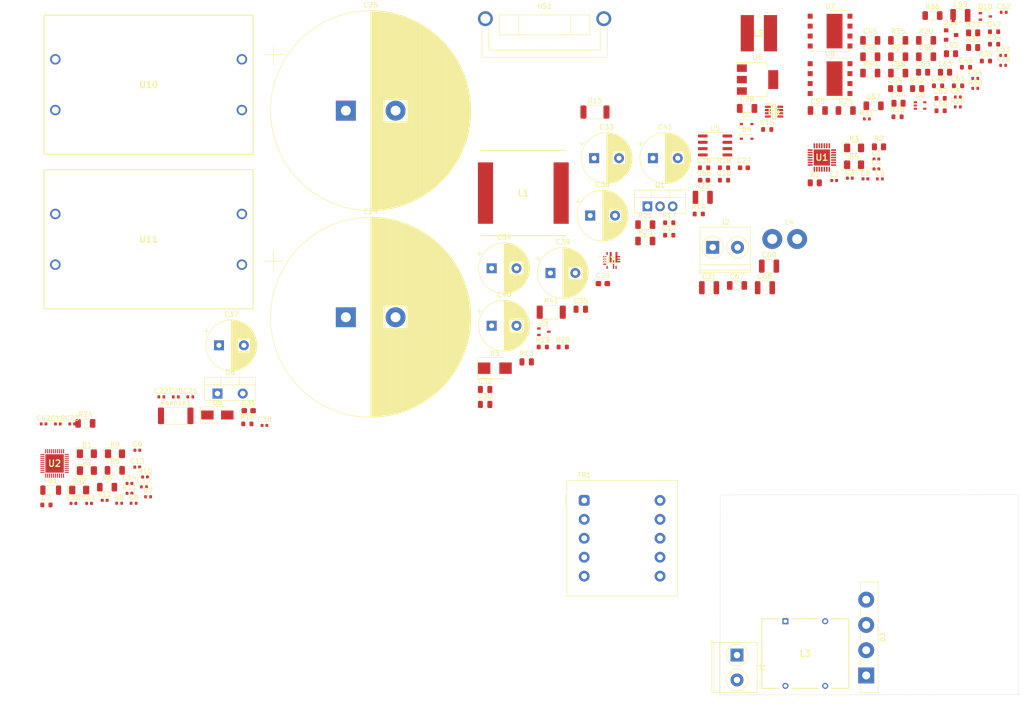
<source format=kicad_pcb>
(kicad_pcb (version 20171130) (host pcbnew "(5.1.10)-1")
  (layers (0 F.Cu signal) (31 B.Cu signal) (34 B.Paste user) (35 F.Paste user) (36 B.SilkS user) (37 F.SilkS user) (38 B.Mask user) (39 F.Mask user) (44 Edge.Cuts user))
  (net 0 "")
  (net 1 /CB)
  (net 2 /AC_AMPL)
  (net 3 "Net-(C2-Pad1)")
  (net 4 /AC_PHASE)
  (net 5 +5V)
  (net 6 GND)
  (net 7 +3V0)
  (net 8 GNDREF)
  (net 9 /TS80003_TX_CTRL/DC_VOLTAGE)
  (net 10 +3V3)
  (net 11 temp)
  (net 12 "Net-(C12-Pad2)")
  (net 13 AVDD)
  (net 14 +24V)
  (net 15 "Net-(C20-Pad1)")
  (net 16 "Net-(C22-Pad1)")
  (net 17 "Net-(C22-Pad2)")
  (net 18 /DC_CURRENT)
  (net 19 GNDPWR)
  (net 20 "Net-(C24-Pad1)")
  (net 21 "Net-(C26-Pad1)")
  (net 22 "Net-(C26-Pad2)")
  (net 23 "Net-(C28-Pad1)")
  (net 24 /H_BRG_PWR)
  (net 25 "Net-(C43-Pad2)")
  (net 26 /H_BRIDGE_MOSFETS/COIL)
  (net 27 "Net-(C44-Pad2)")
  (net 28 /H_BRIDGE_MOSFETS/VB2)
  (net 29 /H_BRIDGE_MOSFETS/VS2)
  (net 30 /H_BRIDGE_MOSFETS/VS1)
  (net 31 /H_BRIDGE_MOSFETS/VB1)
  (net 32 "Net-(C51-Pad1)")
  (net 33 "Net-(C52-Pad1)")
  (net 34 "Net-(C61-Pad2)")
  (net 35 "Net-(C62-Pad1)")
  (net 36 "Net-(C63-Pad2)")
  (net 37 /AC_PEAK)
  (net 38 "Net-(C66-Pad2)")
  (net 39 "Net-(D1-Pad2)")
  (net 40 "Net-(D2-Pad2)")
  (net 41 "Net-(D3-Pad3)")
  (net 42 "Net-(D3-Pad2)")
  (net 43 "Net-(D3-Pad1)")
  (net 44 "Net-(D4-Pad2)")
  (net 45 "Net-(D4-Pad1)")
  (net 46 "Net-(D5-Pad1)")
  (net 47 "Net-(D6-Pad2)")
  (net 48 "Net-(D7-Pad2)")
  (net 49 "Net-(D8-Pad2)")
  (net 50 "Net-(D11-Pad1)")
  (net 51 "Net-(HS1-Pad1)")
  (net 52 "Net-(J1-Pad1)")
  (net 53 "Net-(J1-Pad2)")
  (net 54 "Net-(Q1-Pad2)")
  (net 55 "Net-(R1-Pad1)")
  (net 56 /AC_V)
  (net 57 /TS80003_TX_CTRL/LED_R)
  (net 58 /TS80003_TX_CTRL/LED_G)
  (net 59 "Net-(R9-Pad2)")
  (net 60 /AC_GAIN)
  (net 61 "Net-(R10-Pad2)")
  (net 62 "Net-(R11-Pad2)")
  (net 63 "Net-(R16-Pad2)")
  (net 64 "Net-(R17-Pad1)")
  (net 65 "Net-(R21-Pad1)")
  (net 66 "Net-(R26-Pad2)")
  (net 67 /H_BRIDGE_MOSFETS/HO2)
  (net 68 "Net-(R28-Pad2)")
  (net 69 /H_BRIDGE_MOSFETS/HO1)
  (net 70 /H_BRIDGE_MOSFETS/LO2)
  (net 71 "Net-(R30-Pad2)")
  (net 72 /H_BRIDGE_MOSFETS/LO1)
  (net 73 "Net-(R31-Pad2)")
  (net 74 "Net-(R32-Pad1)")
  (net 75 "Net-(R41-Pad2)")
  (net 76 /PWM1_L)
  (net 77 /PWM1_H)
  (net 78 /PWM2_L)
  (net 79 /PWM2_H)
  (net 80 /SYNC1)
  (net 81 /V_SENSE)
  (net 82 /SYNC2)
  (net 83 /DRV_EN)
  (net 84 /DIV_EN)
  (module Diode_SMD:D_0402_1005Metric (layer F.Cu) (at 231.550001 42.325001)
    (fp_text reference C1 (at 0 -1.17) (layer F.SilkS))
    (fp_text value 47pF)
    (pad 1 smd roundrect (at -0.485 0) (size 0.59 0.64) (layers F.Cu F.Paste F.Mask) (net 1 /CB))
    (pad 2 smd roundrect (at 0.485 0) (size 0.59 0.64) (layers F.Cu F.Paste F.Mask) (net 2 /AC_AMPL))
  )
  (module Diode_SMD:D_0402_1005Metric (layer F.Cu) (at 223.060001 46.625001)
    (fp_text reference C2 (at 0 -1.17) (layer F.SilkS))
    (fp_text value 47pF)
    (pad 1 smd roundrect (at -0.485 0) (size 0.59 0.64) (layers F.Cu F.Paste F.Mask) (net 3 "Net-(C2-Pad1)"))
    (pad 2 smd roundrect (at 0.485 0) (size 0.59 0.64) (layers F.Cu F.Paste F.Mask) (net 4 /AC_PHASE))
  )
  (module Diode_SMD:D_0402_1005Metric (layer F.Cu) (at 226.200001 46.155001)
    (fp_text reference C3 (at 0 -1.17) (layer F.SilkS))
    (fp_text value 10nF)
    (pad 1 smd roundrect (at -0.485 0) (size 0.59 0.64) (layers F.Cu F.Paste F.Mask) (net 5 +5V))
    (pad 2 smd roundrect (at 0.485 0) (size 0.59 0.64) (layers F.Cu F.Paste F.Mask) (net 6 GND))
  )
  (module Diode_SMD:D_0402_1005Metric (layer F.Cu) (at 231.550001 44.315001)
    (fp_text reference C4 (at 0 -1.17) (layer F.SilkS))
    (fp_text value 100nF)
    (pad 2 smd roundrect (at 0.485 0) (size 0.59 0.64) (layers F.Cu F.Paste F.Mask) (net 6 GND))
    (pad 1 smd roundrect (at -0.485 0) (size 0.59 0.64) (layers F.Cu F.Paste F.Mask) (net 5 +5V))
  )
  (module Resistor_SMD:R_0402_1005Metric (layer F.Cu) (at 232.245001 46.305001)
    (fp_text reference C5 (at 0 -1.17) (layer F.SilkS))
    (fp_text value 4.7uF)
    (pad 1 smd roundrect (at -0.51 0) (size 0.54 0.64) (layers F.Cu F.Paste F.Mask) (net 7 +3V0))
    (pad 2 smd roundrect (at 0.51 0) (size 0.54 0.64) (layers F.Cu F.Paste F.Mask) (net 6 GND))
  )
  (module Diode_SMD:D_0402_1005Metric (layer F.Cu) (at 229.340001 46.305001)
    (fp_text reference C6 (at 0 -1.17) (layer F.SilkS))
    (fp_text value 10nF)
    (pad 1 smd roundrect (at -0.485 0) (size 0.59 0.64) (layers F.Cu F.Paste F.Mask) (net 7 +3V0))
    (pad 2 smd roundrect (at 0.485 0) (size 0.59 0.64) (layers F.Cu F.Paste F.Mask) (net 6 GND))
  )
  (module Resistor_SMD:R_0603_1608Metric (layer F.Cu) (at 64.725001 111.895001)
    (fp_text reference C7 (at 0 -1.43) (layer F.SilkS))
    (fp_text value 4.7uF)
    (pad 2 smd roundrect (at 0.825 0) (size 0.8 0.95) (layers F.Cu F.Paste F.Mask) (net 8 GNDREF))
    (pad 1 smd roundrect (at -0.825 0) (size 0.8 0.95) (layers F.Cu F.Paste F.Mask) (net 9 /TS80003_TX_CTRL/DC_VOLTAGE))
  )
  (module Resistor_SMD:R_0402_1005Metric (layer F.Cu) (at 82.255001 111.545001)
    (fp_text reference C8 (at 0 -1.17) (layer F.SilkS))
    (fp_text value 4.7uF)
    (pad 2 smd roundrect (at 0.51 0) (size 0.54 0.64) (layers F.Cu F.Paste F.Mask) (net 6 GND))
    (pad 1 smd roundrect (at -0.51 0) (size 0.54 0.64) (layers F.Cu F.Paste F.Mask) (net 10 +3V3))
  )
  (module Diode_SMD:D_0402_1005Metric (layer F.Cu) (at 83.010001 100.885001)
    (fp_text reference C9 (at 0 -1.17) (layer F.SilkS))
    (fp_text value 100nF)
    (pad 2 smd roundrect (at 0.485 0) (size 0.59 0.64) (layers F.Cu F.Paste F.Mask) (net 6 GND))
    (pad 1 smd roundrect (at -0.485 0) (size 0.59 0.64) (layers F.Cu F.Paste F.Mask) (net 10 +3V3))
  )
  (module Diode_SMD:D_0402_1005Metric (layer F.Cu) (at 70.160001 111.575001)
    (fp_text reference C10 (at 0 -1.17) (layer F.SilkS))
    (fp_text value 100nF)
    (pad 1 smd roundrect (at -0.485 0) (size 0.59 0.64) (layers F.Cu F.Paste F.Mask) (net 10 +3V3))
    (pad 2 smd roundrect (at 0.485 0) (size 0.59 0.64) (layers F.Cu F.Paste F.Mask) (net 6 GND))
  )
  (module Diode_SMD:D_0402_1005Metric (layer F.Cu) (at 73.300001 111.575001)
    (fp_text reference C11 (at 0 -1.17) (layer F.SilkS))
    (fp_text value 100nF)
    (pad 1 smd roundrect (at -0.485 0) (size 0.59 0.64) (layers F.Cu F.Paste F.Mask) (net 11 temp))
    (pad 2 smd roundrect (at 0.485 0) (size 0.59 0.64) (layers F.Cu F.Paste F.Mask) (net 6 GND))
  )
  (module Resistor_SMD:R_0402_1005Metric (layer F.Cu) (at 84.325001 108.255001)
    (fp_text reference C12 (at 0 -1.17) (layer F.SilkS))
    (fp_text value 4.7uF)
    (pad 2 smd roundrect (at 0.51 0) (size 0.54 0.64) (layers F.Cu F.Paste F.Mask) (net 12 "Net-(C12-Pad2)"))
    (pad 1 smd roundrect (at -0.51 0) (size 0.54 0.64) (layers F.Cu F.Paste F.Mask) (net 13 AVDD))
  )
  (module Diode_SMD:D_0402_1005Metric (layer F.Cu) (at 82.970001 104.275001)
    (fp_text reference C13 (at 0 -1.17) (layer F.SilkS))
    (fp_text value 100nF)
    (pad 2 smd roundrect (at 0.485 0) (size 0.59 0.64) (layers F.Cu F.Paste F.Mask) (net 8 GNDREF))
    (pad 1 smd roundrect (at -0.485 0) (size 0.59 0.64) (layers F.Cu F.Paste F.Mask) (net 13 AVDD))
  )
  (module Diode_SMD:D_0402_1005Metric (layer F.Cu) (at 81.420001 107.565001)
    (fp_text reference C14 (at 0 -1.17) (layer F.SilkS))
    (fp_text value 100nF)
    (pad 2 smd roundrect (at 0.485 0) (size 0.59 0.64) (layers F.Cu F.Paste F.Mask) (net 12 "Net-(C12-Pad2)"))
    (pad 1 smd roundrect (at -0.485 0) (size 0.59 0.64) (layers F.Cu F.Paste F.Mask) (net 13 AVDD))
  )
  (module Resistor_SMD:R_0603_1608Metric (layer F.Cu) (at 209.605001 36.365001)
    (fp_text reference C15 (at 0 -1.43) (layer F.SilkS))
    (fp_text value 4.7uF)
    (pad 1 smd roundrect (at -0.825 0) (size 0.8 0.95) (layers F.Cu F.Paste F.Mask) (net 14 +24V))
    (pad 2 smd roundrect (at 0.825 0) (size 0.8 0.95) (layers F.Cu F.Paste F.Mask) (net 6 GND))
  )
  (module Resistor_SMD:R_0603_1608Metric (layer F.Cu) (at 196.905001 44.065001)
    (fp_text reference C16 (at 0 -1.43) (layer F.SilkS))
    (fp_text value 4.7uF)
    (pad 1 smd roundrect (at -0.825 0) (size 0.8 0.95) (layers F.Cu F.Paste F.Mask) (net 14 +24V))
    (pad 2 smd roundrect (at 0.825 0) (size 0.8 0.95) (layers F.Cu F.Paste F.Mask) (net 6 GND))
  )
  (module Resistor_SMD:R_0603_1608Metric (layer F.Cu) (at 189.905001 57.635001)
    (fp_text reference C17 (at 0 -1.43) (layer F.SilkS))
    (fp_text value 4.7uF)
    (pad 2 smd roundrect (at 0.825 0) (size 0.8 0.95) (layers F.Cu F.Paste F.Mask) (net 6 GND))
    (pad 1 smd roundrect (at -0.825 0) (size 0.8 0.95) (layers F.Cu F.Paste F.Mask) (net 14 +24V))
  )
  (module Resistor_SMD:R_0603_1608Metric (layer F.Cu) (at 200.915001 46.575001)
    (fp_text reference C18 (at 0 -1.43) (layer F.SilkS))
    (fp_text value 100nF_20mOHM)
    (pad 2 smd roundrect (at 0.825 0) (size 0.8 0.95) (layers F.Cu F.Paste F.Mask) (net 6 GND))
    (pad 1 smd roundrect (at -0.825 0) (size 0.8 0.95) (layers F.Cu F.Paste F.Mask) (net 14 +24V))
  )
  (module Capacitor_SMD:C_0402_1005Metric (layer F.Cu) (at 67.025001 95.595001)
    (fp_text reference C19 (at 0 -1.16) (layer F.SilkS))
    (fp_text value 100nF)
    (pad 1 smd roundrect (at -0.48 0) (size 0.56 0.62) (layers F.Cu F.Paste F.Mask) (net 13 AVDD))
    (pad 2 smd roundrect (at 0.48 0) (size 0.56 0.62) (layers F.Cu F.Paste F.Mask) (net 8 GNDREF))
  )
  (module Resistor_SMD:R_0402_1005Metric (layer F.Cu) (at 90.735001 90.155001)
    (fp_text reference C20 (at 0 -1.17) (layer F.SilkS))
    (fp_text value 1uF)
    (pad 2 smd roundrect (at 0.51 0) (size 0.54 0.64) (layers F.Cu F.Paste F.Mask) (net 14 +24V))
    (pad 1 smd roundrect (at -0.51 0) (size 0.54 0.64) (layers F.Cu F.Paste F.Mask) (net 15 "Net-(C20-Pad1)"))
  )
  (module Resistor_SMD:R_0402_1005Metric (layer F.Cu) (at 87.825001 90.155001)
    (fp_text reference C22 (at 0 -1.17) (layer F.SilkS))
    (fp_text value 100nF_1mOHM)
    (pad 1 smd roundrect (at -0.51 0) (size 0.54 0.64) (layers F.Cu F.Paste F.Mask) (net 16 "Net-(C22-Pad1)"))
    (pad 2 smd roundrect (at 0.51 0) (size 0.54 0.64) (layers F.Cu F.Paste F.Mask) (net 17 "Net-(C22-Pad2)"))
  )
  (module Capacitor_SMD:C_0402_1005Metric (layer F.Cu) (at 69.895001 95.595001)
    (fp_text reference C23 (at 0 -1.16) (layer F.SilkS))
    (fp_text value 100nF)
    (pad 2 smd roundrect (at 0.48 0) (size 0.56 0.62) (layers F.Cu F.Paste F.Mask) (net 8 GNDREF))
    (pad 1 smd roundrect (at -0.48 0) (size 0.56 0.62) (layers F.Cu F.Paste F.Mask) (net 18 /DC_CURRENT))
  )
  (module Capacitor_THT:CP_Radial_D40.0mm_P10.00mm_SnapIn (layer F.Cu) (at 124.908874 74.135001)
    (fp_text reference C24 (at 5 -21.25) (layer F.SilkS))
    (fp_text value "ALC70A102EH450(100uF)")
    (pad 2 thru_hole circle (at 10 0) (size 4 4) (drill 2) (layers *.Cu *.Mask) (net 19 GNDPWR))
    (pad 1 thru_hole rect (at 0 0) (size 4 4) (drill 2) (layers *.Cu *.Mask) (net 20 "Net-(C24-Pad1)"))
  )
  (module Capacitor_THT:CP_Radial_D40.0mm_P10.00mm_SnapIn (layer F.Cu) (at 124.908874 32.585001)
    (fp_text reference C25 (at 5 -21.25) (layer F.SilkS))
    (fp_text value "ALC70A102EH450(100uF)")
    (pad 1 thru_hole rect (at 0 0) (size 4 4) (drill 2) (layers *.Cu *.Mask) (net 20 "Net-(C24-Pad1)"))
    (pad 2 thru_hole circle (at 10 0) (size 4 4) (drill 2) (layers *.Cu *.Mask) (net 19 GNDPWR))
  )
  (module Resistor_SMD:R_0402_1005Metric (layer F.Cu) (at 93.645001 90.155001)
    (fp_text reference C26 (at 0 -1.17) (layer F.SilkS))
    (fp_text value 100pF)
    (pad 1 smd roundrect (at -0.51 0) (size 0.54 0.64) (layers F.Cu F.Paste F.Mask) (net 21 "Net-(C26-Pad1)"))
    (pad 2 smd roundrect (at 0.51 0) (size 0.54 0.64) (layers F.Cu F.Paste F.Mask) (net 22 "Net-(C26-Pad2)"))
  )
  (module Capacitor_SMD:C_0603_1608Metric (layer F.Cu) (at 204.925001 44.065001)
    (fp_text reference C27 (at 0 -1.43) (layer F.SilkS))
    (fp_text value 47uF_3.70mOHM)
    (pad 1 smd roundrect (at -0.775 0) (size 0.9 0.95) (layers F.Cu F.Paste F.Mask) (net 5 +5V))
    (pad 2 smd roundrect (at 0.775 0) (size 0.9 0.95) (layers F.Cu F.Paste F.Mask) (net 6 GND))
  )
  (module Capacitor_SMD:C_1206_3216Metric (layer F.Cu) (at 205.555001 32.135001)
    (fp_text reference C28 (at 0 -1.85) (layer F.SilkS))
    (fp_text value 22uF)
    (pad 1 smd roundrect (at -1.475 0) (size 1.15 1.8) (layers F.Cu F.Paste F.Mask) (roundrect_rratio 0.217391) (net 23 "Net-(C28-Pad1)"))
    (pad 2 smd roundrect (at 1.475 0) (size 1.15 1.8) (layers F.Cu F.Paste F.Mask) (roundrect_rratio 0.217391) (net 19 GNDPWR))
  )
  (module Capacitor_Tantalum_SMD:CP_EIA-2012-12_Kemet-R (layer F.Cu) (at 176.570001 67.365001)
    (fp_text reference C29 (at 0 -1.58) (layer F.SilkS))
    (fp_text value 10uF)
    (pad 1 smd roundrect (at -0.8875 0) (size 1.125 1.05) (layers F.Cu F.Paste F.Mask) (roundrect_rratio 0.238095) (net 5 +5V))
    (pad 2 smd roundrect (at 0.8875 0) (size 1.125 1.05) (layers F.Cu F.Paste F.Mask) (roundrect_rratio 0.238095) (net 6 GND))
  )
  (module Capacitor_SMD:C_0805_2012Metric (layer F.Cu) (at 152.905001 91.675001)
    (fp_text reference C30 (at 0 -1.68) (layer F.SilkS))
    (fp_text value 22uF_35V)
    (pad 2 smd roundrect (at 0.95 0) (size 1 1.45) (layers F.Cu F.Paste F.Mask) (net 6 GND))
    (pad 1 smd roundrect (at -0.95 0) (size 1 1.45) (layers F.Cu F.Paste F.Mask) (net 14 +24V))
  )
  (module Capacitor_Tantalum_SMD:CP_EIA-2012-12_Kemet-R (layer F.Cu) (at 105.380001 92.925001)
    (fp_text reference C31 (at 0 -1.58) (layer F.SilkS))
    (fp_text value 10uF)
    (pad 2 smd roundrect (at 0.8875 0) (size 1.125 1.05) (layers F.Cu F.Paste F.Mask) (roundrect_rratio 0.238095) (net 6 GND))
    (pad 1 smd roundrect (at -0.8875 0) (size 1.125 1.05) (layers F.Cu F.Paste F.Mask) (roundrect_rratio 0.238095) (net 10 +3V3))
  )
  (module Capacitor_SMD:C_0805_2012Metric (layer F.Cu) (at 152.905001 88.665001)
    (fp_text reference C32 (at 0 -1.68) (layer F.SilkS))
    (fp_text value 22uF_35V)
    (pad 1 smd roundrect (at -0.95 0) (size 1 1.45) (layers F.Cu F.Paste F.Mask) (net 14 +24V))
    (pad 2 smd roundrect (at 0.95 0) (size 1 1.45) (layers F.Cu F.Paste F.Mask) (net 6 GND))
  )
  (module Capacitor_THT:CP_Radial_D10.0mm_P5.00mm (layer F.Cu) (at 174.819647 42.135001)
    (fp_text reference C33 (at 2.5 -6.25) (layer F.SilkS))
    (fp_text value 220uF)
    (pad 1 thru_hole rect (at 0 0) (size 2 2) (drill 1) (layers *.Cu *.Mask) (net 14 +24V))
    (pad 2 thru_hole circle (at 5 0) (size 2 2) (drill 1) (layers *.Cu *.Mask) (net 6 GND))
  )
  (module Capacitor_THT:CP_Radial_D10.0mm_P5.00mm (layer F.Cu) (at 154.219647 64.285001)
    (fp_text reference C34 (at 2.5 -6.25) (layer F.SilkS))
    (fp_text value 220uF)
    (pad 2 thru_hole circle (at 5 0) (size 2 2) (drill 1) (layers *.Cu *.Mask) (net 6 GND))
    (pad 1 thru_hole rect (at 0 0) (size 2 2) (drill 1) (layers *.Cu *.Mask) (net 14 +24V))
  )
  (module Capacitor_SMD:C_0805_2012Metric (layer F.Cu) (at 172.125001 72.515001)
    (fp_text reference C35 (at 0 -1.68) (layer F.SilkS))
    (fp_text value 22uF_35V)
    (pad 2 smd roundrect (at 0.95 0) (size 1 1.45) (layers F.Cu F.Paste F.Mask) (net 6 GND))
    (pad 1 smd roundrect (at -0.95 0) (size 1 1.45) (layers F.Cu F.Paste F.Mask) (net 14 +24V))
  )
  (module Capacitor_THT:CP_Radial_D10.0mm_P5.00mm (layer F.Cu) (at 174.019647 53.685001)
    (fp_text reference C36 (at 2.5 -6.25) (layer F.SilkS))
    (fp_text value 220uF)
    (pad 1 thru_hole rect (at 0 0) (size 2 2) (drill 1) (layers *.Cu *.Mask) (net 14 +24V))
    (pad 2 thru_hole circle (at 5 0) (size 2 2) (drill 1) (layers *.Cu *.Mask) (net 6 GND))
  )
  (module Capacitor_THT:CP_Radial_D10.0mm_P5.00mm (layer F.Cu) (at 99.409647 79.785001)
    (fp_text reference C37 (at 2.5 -6.25) (layer F.SilkS))
    (fp_text value 220uF)
    (pad 2 thru_hole circle (at 5 0) (size 2 2) (drill 1) (layers *.Cu *.Mask) (net 6 GND))
    (pad 1 thru_hole rect (at 0 0) (size 2 2) (drill 1) (layers *.Cu *.Mask) (net 14 +24V))
  )
  (module Capacitor_SMD:C_0402_1005Metric (layer F.Cu) (at 108.555001 95.895001)
    (fp_text reference C38 (at 0 -1.16) (layer F.SilkS))
    (fp_text value 100nF>50V)
    (pad 1 smd roundrect (at -0.48 0) (size 0.56 0.62) (layers F.Cu F.Paste F.Mask) (net 14 +24V))
    (pad 2 smd roundrect (at 0.48 0) (size 0.56 0.62) (layers F.Cu F.Paste F.Mask) (net 6 GND))
  )
  (module Capacitor_THT:CP_Radial_D10.0mm_P5.00mm (layer F.Cu) (at 166.029647 65.235001)
    (fp_text reference C39 (at 2.5 -6.25) (layer F.SilkS))
    (fp_text value 220uF)
    (pad 1 thru_hole rect (at 0 0) (size 2 2) (drill 1) (layers *.Cu *.Mask) (net 14 +24V))
    (pad 2 thru_hole circle (at 5 0) (size 2 2) (drill 1) (layers *.Cu *.Mask) (net 6 GND))
  )
  (module Capacitor_THT:CP_Radial_D10.0mm_P5.00mm (layer F.Cu) (at 154.219647 75.835001)
    (fp_text reference C40 (at 2.5 -6.25) (layer F.SilkS))
    (fp_text value 220uF)
    (pad 2 thru_hole circle (at 5 0) (size 2 2) (drill 1) (layers *.Cu *.Mask) (net 6 GND))
    (pad 1 thru_hole rect (at 0 0) (size 2 2) (drill 1) (layers *.Cu *.Mask) (net 14 +24V))
  )
  (module Capacitor_THT:CP_Radial_D10.0mm_P5.00mm (layer F.Cu) (at 186.629647 42.135001)
    (fp_text reference C41 (at 2.5 -6.25) (layer F.SilkS))
    (fp_text value 220uF)
    (pad 1 thru_hole rect (at 0 0) (size 2 2) (drill 1) (layers *.Cu *.Mask) (net 14 +24V))
    (pad 2 thru_hole circle (at 5 0) (size 2 2) (drill 1) (layers *.Cu *.Mask) (net 6 GND))
  )
  (module Capacitor_SMD:C_0402_1005Metric (layer F.Cu) (at 64.155001 95.595001)
    (fp_text reference C42 (at 0 -1.16) (layer F.SilkS))
    (fp_text value 100nF>50V)
    (pad 2 smd roundrect (at 0.48 0) (size 0.56 0.62) (layers F.Cu F.Paste F.Mask) (net 6 GND))
    (pad 1 smd roundrect (at -0.48 0) (size 0.56 0.62) (layers F.Cu F.Paste F.Mask) (net 24 /H_BRG_PWR))
  )
  (module Resistor_SMD:R_0805_2012Metric (layer F.Cu) (at 246.545001 21.125001)
    (fp_text reference C43 (at 0 -1.65) (layer F.SilkS))
    (fp_text value 4.7nF_150V)
    (pad 2 smd roundrect (at 0.9125 0) (size 1.025 1.4) (layers F.Cu F.Paste F.Mask) (roundrect_rratio 0.243902) (net 25 "Net-(C43-Pad2)"))
    (pad 1 smd roundrect (at -0.9125 0) (size 1.025 1.4) (layers F.Cu F.Paste F.Mask) (roundrect_rratio 0.243902) (net 26 /H_BRIDGE_MOSFETS/COIL))
  )
  (module Resistor_SMD:R_0805_2012Metric (layer F.Cu) (at 235.995001 31.095001)
    (fp_text reference C44 (at 0 -1.65) (layer F.SilkS))
    (fp_text value 33pF)
    (pad 2 smd roundrect (at 0.9125 0) (size 1.025 1.4) (layers F.Cu F.Paste F.Mask) (roundrect_rratio 0.243902) (net 27 "Net-(C44-Pad2)"))
    (pad 1 smd roundrect (at -0.9125 0) (size 1.025 1.4) (layers F.Cu F.Paste F.Mask) (roundrect_rratio 0.243902) (net 8 GNDREF))
  )
  (module Resistor_SMD:R_1206_3216Metric (layer F.Cu) (at 230.315001 18.445001)
    (fp_text reference C45 (at 0 -1.82) (layer F.SilkS))
    (fp_text value 47nF_250V)
    (pad 1 smd roundrect (at -1.4625 0) (size 1.125 1.75) (layers F.Cu F.Paste F.Mask) (roundrect_rratio 0.222222) (net 28 /H_BRIDGE_MOSFETS/VB2))
    (pad 2 smd roundrect (at 1.4625 0) (size 1.125 1.75) (layers F.Cu F.Paste F.Mask) (roundrect_rratio 0.222222) (net 29 /H_BRIDGE_MOSFETS/VS2))
  )
  (module Resistor_SMD:R_1206_3216Metric (layer F.Cu) (at 230.315001 21.735001)
    (fp_text reference C46 (at 0 -1.82) (layer F.SilkS))
    (fp_text value 47nF_250V)
    (pad 2 smd roundrect (at 1.4625 0) (size 1.125 1.75) (layers F.Cu F.Paste F.Mask) (roundrect_rratio 0.222222) (net 30 /H_BRIDGE_MOSFETS/VS1))
    (pad 1 smd roundrect (at -1.4625 0) (size 1.125 1.75) (layers F.Cu F.Paste F.Mask) (roundrect_rratio 0.222222) (net 31 /H_BRIDGE_MOSFETS/VB1))
  )
  (module Resistor_SMD:R_0603_1608Metric (layer F.Cu) (at 255.205001 16.715001)
    (fp_text reference C47 (at 0 -1.43) (layer F.SilkS))
    (fp_text value 2.2nF_50V)
    (pad 2 smd roundrect (at 0.825 0) (size 0.8 0.95) (layers F.Cu F.Paste F.Mask) (net 29 /H_BRIDGE_MOSFETS/VS2))
    (pad 1 smd roundrect (at -0.825 0) (size 0.8 0.95) (layers F.Cu F.Paste F.Mask) (net 24 /H_BRG_PWR))
  )
  (module Resistor_SMD:R_0603_1608Metric (layer F.Cu) (at 243.945001 27.585001)
    (fp_text reference C48 (at 0 -1.43) (layer F.SilkS))
    (fp_text value 2.2nF_50V)
    (pad 1 smd roundrect (at -0.825 0) (size 0.8 0.95) (layers F.Cu F.Paste F.Mask) (net 29 /H_BRIDGE_MOSFETS/VS2))
    (pad 2 smd roundrect (at 0.825 0) (size 0.8 0.95) (layers F.Cu F.Paste F.Mask) (net 6 GND))
  )
  (module Resistor_SMD:R_0603_1608Metric (layer F.Cu) (at 249.555001 23.855001)
    (fp_text reference C49 (at 0 -1.43) (layer F.SilkS))
    (fp_text value 2.2nF_50V)
    (pad 2 smd roundrect (at 0.825 0) (size 0.8 0.95) (layers F.Cu F.Paste F.Mask) (net 30 /H_BRIDGE_MOSFETS/VS1))
    (pad 1 smd roundrect (at -0.825 0) (size 0.8 0.95) (layers F.Cu F.Paste F.Mask) (net 24 /H_BRG_PWR))
  )
  (module Resistor_SMD:R_0603_1608Metric (layer F.Cu) (at 244.455001 32.605001)
    (fp_text reference C50 (at 0 -1.43) (layer F.SilkS))
    (fp_text value 2.2nF_50V)
    (pad 1 smd roundrect (at -0.825 0) (size 0.8 0.95) (layers F.Cu F.Paste F.Mask) (net 30 /H_BRIDGE_MOSFETS/VS1))
    (pad 2 smd roundrect (at 0.825 0) (size 0.8 0.95) (layers F.Cu F.Paste F.Mask) (net 6 GND))
  )
  (module Resistor_SMD:R_0402_1005Metric (layer F.Cu) (at 247.915001 29.835001)
    (fp_text reference C51 (at 0 -1.17) (layer F.SilkS))
    (fp_text value 2.7uF)
    (pad 1 smd roundrect (at -0.51 0) (size 0.54 0.64) (layers F.Cu F.Paste F.Mask) (net 32 "Net-(C51-Pad1)"))
    (pad 2 smd roundrect (at 0.51 0) (size 0.54 0.64) (layers F.Cu F.Paste F.Mask) (net 6 GND))
  )
  (module Resistor_SMD:R_0402_1005Metric (layer F.Cu) (at 257.135001 12.805001)
    (fp_text reference C52 (at 0 -1.17) (layer F.SilkS))
    (fp_text value 2.7uF)
    (pad 2 smd roundrect (at 0.51 0) (size 0.54 0.64) (layers F.Cu F.Paste F.Mask) (net 6 GND))
    (pad 1 smd roundrect (at -0.51 0) (size 0.54 0.64) (layers F.Cu F.Paste F.Mask) (net 33 "Net-(C52-Pad1)"))
  )
  (module Resistor_SMD:R_0402_1005Metric (layer F.Cu) (at 257.025001 21.475001)
    (fp_text reference C53 (at 0 -1.17) (layer F.SilkS))
    (fp_text value 100nF_50V)
    (pad 2 smd roundrect (at 0.51 0) (size 0.54 0.64) (layers F.Cu F.Paste F.Mask) (net 6 GND))
    (pad 1 smd roundrect (at -0.51 0) (size 0.54 0.64) (layers F.Cu F.Paste F.Mask) (net 24 /H_BRG_PWR))
  )
  (module Resistor_SMD:R_0402_1005Metric (layer F.Cu) (at 251.415001 26.105001)
    (fp_text reference C54 (at 0 -1.17) (layer F.SilkS))
    (fp_text value 100nF_50V)
    (pad 1 smd roundrect (at -0.51 0) (size 0.54 0.64) (layers F.Cu F.Paste F.Mask) (net 24 /H_BRG_PWR))
    (pad 2 smd roundrect (at 0.51 0) (size 0.54 0.64) (layers F.Cu F.Paste F.Mask) (net 6 GND))
  )
  (module Resistor_SMD:R_1206_3216Metric (layer F.Cu) (at 219.765001 32.555001)
    (fp_text reference C55 (at 0 -1.82) (layer F.SilkS))
    (fp_text value 22uF_35V)
    (pad 1 smd roundrect (at -1.4625 0) (size 1.125 1.75) (layers F.Cu F.Paste F.Mask) (roundrect_rratio 0.222222) (net 24 /H_BRG_PWR))
    (pad 2 smd roundrect (at 1.4625 0) (size 1.125 1.75) (layers F.Cu F.Paste F.Mask) (roundrect_rratio 0.222222) (net 6 GND))
  )
  (module Resistor_SMD:R_1206_3216Metric (layer F.Cu) (at 241.535001 21.735001)
    (fp_text reference C56 (at 0 -1.82) (layer F.SilkS))
    (fp_text value 22uF_35V)
    (pad 1 smd roundrect (at -1.4625 0) (size 1.125 1.75) (layers F.Cu F.Paste F.Mask) (roundrect_rratio 0.222222) (net 24 /H_BRG_PWR))
    (pad 2 smd roundrect (at 1.4625 0) (size 1.125 1.75) (layers F.Cu F.Paste F.Mask) (roundrect_rratio 0.222222) (net 6 GND))
  )
  (module Resistor_SMD:R_1206_3216Metric (layer F.Cu) (at 230.985001 31.605001)
    (fp_text reference C57 (at 0 -1.82) (layer F.SilkS))
    (fp_text value 22uF_35V)
    (pad 1 smd roundrect (at -1.4625 0) (size 1.125 1.75) (layers F.Cu F.Paste F.Mask) (roundrect_rratio 0.222222) (net 24 /H_BRG_PWR))
    (pad 2 smd roundrect (at 1.4625 0) (size 1.125 1.75) (layers F.Cu F.Paste F.Mask) (roundrect_rratio 0.222222) (net 6 GND))
  )
  (module Resistor_SMD:R_1206_3216Metric (layer F.Cu) (at 235.925001 25.025001)
    (fp_text reference C58 (at 0 -1.82) (layer F.SilkS))
    (fp_text value 22uF_35V)
    (pad 2 smd roundrect (at 1.4625 0) (size 1.125 1.75) (layers F.Cu F.Paste F.Mask) (roundrect_rratio 0.222222) (net 6 GND))
    (pad 1 smd roundrect (at -1.4625 0) (size 1.125 1.75) (layers F.Cu F.Paste F.Mask) (roundrect_rratio 0.222222) (net 24 /H_BRG_PWR))
  )
  (module Resistor_SMD:R_0603_1608Metric (layer F.Cu) (at 247.955001 27.585001)
    (fp_text reference C61 (at 0 -1.43) (layer F.SilkS))
    (fp_text value 1nF_150V)
    (pad 1 smd roundrect (at -0.825 0) (size 0.8 0.95) (layers F.Cu F.Paste F.Mask) (net 8 GNDREF))
    (pad 2 smd roundrect (at 0.825 0) (size 0.8 0.95) (layers F.Cu F.Paste F.Mask) (net 34 "Net-(C61-Pad2)"))
  )
  (module Resistor_SMD:R_0603_1608Metric (layer F.Cu) (at 244.455001 30.095001)
    (fp_text reference C62 (at 0 -1.43) (layer F.SilkS))
    (fp_text value 1nF_150V)
    (pad 2 smd roundrect (at 0.825 0) (size 0.8 0.95) (layers F.Cu F.Paste F.Mask) (net 34 "Net-(C61-Pad2)"))
    (pad 1 smd roundrect (at -0.825 0) (size 0.8 0.95) (layers F.Cu F.Paste F.Mask) (net 35 "Net-(C62-Pad1)"))
  )
  (module Resistor_SMD:R_0805_2012Metric (layer F.Cu) (at 245.345001 24.855001)
    (fp_text reference C63 (at 0 -1.65) (layer F.SilkS))
    (fp_text value 220pF)
    (pad 2 smd roundrect (at 0.9125 0) (size 1.025 1.4) (layers F.Cu F.Paste F.Mask) (roundrect_rratio 0.243902) (net 36 "Net-(C63-Pad2)"))
    (pad 1 smd roundrect (at -0.9125 0) (size 1.025 1.4) (layers F.Cu F.Paste F.Mask) (roundrect_rratio 0.243902) (net 2 /AC_AMPL))
  )
  (module Resistor_SMD:R_0805_2012Metric (layer F.Cu) (at 235.325001 28.145001)
    (fp_text reference C64 (at 0 -1.65) (layer F.SilkS))
    (fp_text value 100nF_150V)
    (pad 2 smd roundrect (at 0.9125 0) (size 1.025 1.4) (layers F.Cu F.Paste F.Mask) (roundrect_rratio 0.243902) (net 37 /AC_PEAK))
    (pad 1 smd roundrect (at -0.9125 0) (size 1.025 1.4) (layers F.Cu F.Paste F.Mask) (roundrect_rratio 0.243902) (net 8 GNDREF))
  )
  (module Resistor_SMD:R_0805_2012Metric (layer F.Cu) (at 240.935001 24.855001)
    (fp_text reference C65 (at 0 -1.65) (layer F.SilkS))
    (fp_text value 10nF)
    (pad 1 smd roundrect (at -0.9125 0) (size 1.025 1.4) (layers F.Cu F.Paste F.Mask) (roundrect_rratio 0.243902) (net 1 /CB))
    (pad 2 smd roundrect (at 0.9125 0) (size 1.025 1.4) (layers F.Cu F.Paste F.Mask) (roundrect_rratio 0.243902) (net 36 "Net-(C63-Pad2)"))
  )
  (module Capacitor_SMD:C_0603_1608Metric (layer F.Cu) (at 196.905001 46.575001)
    (fp_text reference C66 (at 0 -1.43) (layer F.SilkS))
    (fp_text value 10nF)
    (pad 2 smd roundrect (at 0.775 0) (size 0.9 0.95) (layers F.Cu F.Paste F.Mask) (net 38 "Net-(C66-Pad2)"))
    (pad 1 smd roundrect (at -0.775 0) (size 0.9 0.95) (layers F.Cu F.Paste F.Mask) (net 14 +24V))
  )
  (module Diode_SMD:D_1206_3216Metric (layer F.Cu) (at 72.865001 101.585001)
    (fp_text reference D1 (at 0 -1.82) (layer F.SilkS))
    (fp_text value LED_RED)
    (pad 1 smd roundrect (at -1.4 0) (size 1.25 1.75) (layers F.Cu F.Paste F.Mask) (roundrect_rratio 0.2) (net 6 GND))
    (pad 2 smd roundrect (at 1.4 0) (size 1.25 1.75) (layers F.Cu F.Paste F.Mask) (roundrect_rratio 0.2) (net 39 "Net-(D1-Pad2)"))
  )
  (module Diode_SMD:D_1206_3216Metric (layer F.Cu) (at 72.865001 104.975001)
    (fp_text reference D2 (at 0 -1.82) (layer F.SilkS))
    (fp_text value LED_GREEN)
    (pad 2 smd roundrect (at 1.4 0) (size 1.25 1.75) (layers F.Cu F.Paste F.Mask) (roundrect_rratio 0.2) (net 40 "Net-(D2-Pad2)"))
    (pad 1 smd roundrect (at -1.4 0) (size 1.25 1.75) (layers F.Cu F.Paste F.Mask) (roundrect_rratio 0.2) (net 6 GND))
  )
  (module Diode_THT:Diode_Bridge_Vishay_GBU (layer F.Cu) (at 229.5 146.18 90)
    (fp_text reference D3 (at 7.7 3.3 270) (layer F.SilkS))
    (fp_text value GBU4K-E3/45)
    (pad 4 thru_hole circle (at 15.24 0 90) (size 3.2 3.2) (drill 1.6) (layers *.Cu *.Mask) (net 19 GNDPWR))
    (pad 3 thru_hole circle (at 10.16 0 90) (size 3.2 3.2) (drill 1.6) (layers *.Cu *.Mask) (net 41 "Net-(D3-Pad3)"))
    (pad 2 thru_hole circle (at 5.08 0 90) (size 3.2 3.2) (drill 1.6) (layers *.Cu *.Mask) (net 42 "Net-(D3-Pad2)"))
    (pad 1 thru_hole rect (at 0 0 90) (size 3.2 3.2) (drill 1.6) (layers *.Cu *.Mask) (net 43 "Net-(D3-Pad1)"))
  )
  (module Diode_SMD:D_SOD-323 (layer F.Cu) (at 205.475001 38.235001)
    (fp_text reference D4 (at 0 -1.85) (layer F.SilkS))
    (fp_text value 1N5711WS-7-F)
    (pad 2 smd rect (at 1.05 0) (size 0.6 0.45) (layers F.Cu F.Paste F.Mask) (net 44 "Net-(D4-Pad2)"))
    (pad 1 smd rect (at -1.05 0) (size 0.6 0.45) (layers F.Cu F.Paste F.Mask) (net 45 "Net-(D4-Pad1)"))
  )
  (module Diode_SMD:D_SMB (layer F.Cu) (at 154.855001 84.385001)
    (fp_text reference D5 (at 0 -3) (layer F.SilkS))
    (fp_text value SMBJ150A-13-F)
    (pad 1 smd rect (at -2.15 0) (size 2.5 2.3) (layers F.Cu F.Paste F.Mask) (net 46 "Net-(D5-Pad1)"))
    (pad 2 smd rect (at 2.15 0) (size 2.5 2.3) (layers F.Cu F.Paste F.Mask) (net 20 "Net-(C24-Pad1)"))
  )
  (module Diode_SMD:D_SMA (layer F.Cu) (at 99.085001 93.795001)
    (fp_text reference D6 (at 0 -2.5) (layer F.SilkS))
    (fp_text value S1MTR)
    (pad 1 smd rect (at -2 0) (size 2.5 1.8) (layers F.Cu F.Paste F.Mask) (net 46 "Net-(D5-Pad1)"))
    (pad 2 smd rect (at 2 0) (size 2.5 1.8) (layers F.Cu F.Paste F.Mask) (net 47 "Net-(D6-Pad2)"))
  )
  (module Diode_SMD:D_SOD-323 (layer F.Cu) (at 205.475001 35.285001)
    (fp_text reference D7 (at 0 -1.85) (layer F.SilkS))
    (fp_text value 1N5711WS-7-F)
    (pad 1 smd rect (at -1.05 0) (size 0.6 0.45) (layers F.Cu F.Paste F.Mask) (net 23 "Net-(C28-Pad1)"))
    (pad 2 smd rect (at 1.05 0) (size 0.6 0.45) (layers F.Cu F.Paste F.Mask) (net 48 "Net-(D7-Pad2)"))
  )
  (module Package_TO_SOT_THT:TO-220-2_Vertical (layer F.Cu) (at 99.105001 89.485001)
    (fp_text reference D8 (at 2.54 -4.27) (layer F.SilkS))
    (fp_text value V20PWM12-M3/I)
    (pad 1 thru_hole rect (at 0 0) (size 2 2) (drill 1.1) (layers *.Cu *.Mask) (net 14 +24V))
    (pad 2 thru_hole oval (at 5.08 0) (size 2 2) (drill 1.1) (layers *.Cu *.Mask) (net 49 "Net-(D8-Pad2)"))
  )
  (module Package_TO_SOT_SMD:SOT-323_SC-70 (layer F.Cu) (at 164.715001 77.045001)
    (fp_text reference D9 (at -0.05 -1.95) (layer F.SilkS))
    (fp_text value BAT54SWT1G)
    (pad 1 smd rect (at -1 -0.65 270) (size 0.45 0.7) (layers F.Cu F.Paste F.Mask) (net 6 GND))
    (pad 2 smd rect (at -1 0.65 270) (size 0.45 0.7) (layers F.Cu F.Paste F.Mask) (net 6 GND))
    (pad 3 smd rect (at 1 0 270) (size 0.45 0.7) (layers F.Cu F.Paste F.Mask) (net 24 /H_BRG_PWR))
  )
  (module Package_TO_SOT_SMD:SOT-323_SC-70 (layer F.Cu) (at 253.455001 13.635001)
    (fp_text reference D10 (at -0.05 -1.95) (layer F.SilkS))
    (fp_text value BAT54SW_SERIES)
    (pad 3 smd rect (at 1 0 270) (size 0.45 0.7) (layers F.Cu F.Paste F.Mask) (net 27 "Net-(C44-Pad2)"))
    (pad 2 smd rect (at -1 0.65 270) (size 0.45 0.7) (layers F.Cu F.Paste F.Mask) (net 10 +3V3))
    (pad 1 smd rect (at -1 -0.65 270) (size 0.45 0.7) (layers F.Cu F.Paste F.Mask) (net 8 GNDREF))
  )
  (module Package_TO_SOT_SMD:SOT-23 (layer F.Cu) (at 246.565001 17.375001)
    (fp_text reference D11 (at 0 -2.5) (layer F.SilkS))
    (fp_text value MMBD7000HS)
    (pad 1 smd rect (at -1 -0.95) (size 0.9 0.8) (layers F.Cu F.Paste F.Mask) (net 50 "Net-(D11-Pad1)"))
    (pad 2 smd rect (at -1 0.95) (size 0.9 0.8) (layers F.Cu F.Paste F.Mask) (net 34 "Net-(C61-Pad2)"))
    (pad 3 smd rect (at 1 0) (size 0.9 0.8) (layers F.Cu F.Paste F.Mask))
  )
  (module Inductor_SMD:L_1206_3216Metric (layer F.Cu) (at 65.595001 108.915001)
    (fp_text reference FB1 (at 0 -1.9) (layer F.SilkS))
    (fp_text value "MLB3216-600P4A(f)_1206")
    (pad 1 smd roundrect (at -1.575 0) (size 1.05 1.9) (layers F.Cu F.Paste F.Mask) (roundrect_rratio 0.238095) (net 10 +3V3))
    (pad 2 smd roundrect (at 1.575 0) (size 1.05 1.9) (layers F.Cu F.Paste F.Mask) (roundrect_rratio 0.238095) (net 13 AVDD))
  )
  (module Heatsink:Heatsink_Fischer_FK224xx2201_25x8.3mm (layer F.Cu) (at 152.955001 14.085001)
    (fp_text reference HS1 (at 11.9 -2.5 180) (layer F.SilkS))
    (fp_text value Heatsink_Pad)
    (pad 1 thru_hole circle (at 0 0) (size 3 3) (drill 2) (layers *.Cu *.Mask) (net 51 "Net-(HS1-Pad1)"))
    (pad 1 thru_hole circle (at 23.8 0) (size 3 3) (drill 2) (layers *.Cu *.Mask) (net 51 "Net-(HS1-Pad1)"))
  )
  (module greencharge-footprints:INDPM172172X700N (layer F.Cu) (at 160.580001 49.160001)
    (fp_text reference L1 (at 0 0) (layer F.SilkS) (effects (font (size 1.27 1.27) (thickness 0.254))))
    (fp_text value IHLP6767GZER470M11 hide)
    (pad 1 smd rect (at -7.6 0) (size 3.05 12.35) (layers F.Cu F.Paste F.Mask) (net 43 "Net-(D3-Pad1)"))
    (pad 2 smd rect (at 7.6 0) (size 3.05 12.35) (layers F.Cu F.Paste F.Mask) (net 20 "Net-(C24-Pad1)"))
  )
  (module greencharge-footprints:CDRH6D38NP3R3NC (layer F.Cu) (at 207.930001 17.010001)
    (fp_text reference L2 (at 0 0) (layer F.SilkS) (effects (font (size 1.27 1.27) (thickness 0.254))))
    (fp_text value CDRH6D38NP-3R3NC hide)
    (pad 1 smd rect (at -2.325 0) (size 2.65 7.3) (layers F.Cu F.Paste F.Mask) (net 17 "Net-(C22-Pad2)"))
    (pad 2 smd rect (at 2.325 0) (size 2.65 7.3) (layers F.Cu F.Paste F.Mask) (net 5 +5V))
  )
  (module greencharge-footprints:SC0220G (layer F.Cu) (at 213.26 135.28)
    (fp_text reference L3 (at 4 6.5) (layer F.SilkS) (effects (font (size 1.27 1.27) (thickness 0.254))))
    (fp_text value SC-02-20G hide)
    (pad 1 thru_hole rect (at 0 0) (size 1.2 1.2) (drill 0.7) (layers *.Cu *.Mask) (net 52 "Net-(J1-Pad1)"))
    (pad 2 thru_hole circle (at 0 13) (size 1.2 1.2) (drill 0.7) (layers *.Cu *.Mask) (net 53 "Net-(J1-Pad2)"))
    (pad 3 thru_hole circle (at 8 13) (size 1.2 1.2) (drill 0.7) (layers *.Cu *.Mask) (net 42 "Net-(D3-Pad2)"))
    (pad 4 thru_hole circle (at 8 0) (size 1.2 1.2) (drill 0.7) (layers *.Cu *.Mask) (net 41 "Net-(D3-Pad3)"))
  )
  (module Package_TO_SOT_THT:TO-220-3_Vertical (layer F.Cu) (at 185.525001 51.835001)
    (fp_text reference Q1 (at 2.54 -4.27) (layer F.SilkS))
    (fp_text value FCP650N80Z)
    (pad 1 thru_hole rect (at 0 0) (size 1.905 2) (drill 1.1) (layers *.Cu *.Mask) (net 44 "Net-(D4-Pad2)"))
    (pad 2 thru_hole oval (at 2.54 0) (size 1.905 2) (drill 1.1) (layers *.Cu *.Mask) (net 54 "Net-(Q1-Pad2)"))
    (pad 3 thru_hole oval (at 5.08 0) (size 1.905 2) (drill 1.1) (layers *.Cu *.Mask) (net 47 "Net-(D6-Pad2)"))
  )
  (module Resistor_SMD:R_0805_2012Metric (layer F.Cu) (at 219.165001 47.105001)
    (fp_text reference R1 (at 0 -1.65) (layer F.SilkS))
    (fp_text value 7.5K)
    (pad 1 smd roundrect (at -0.9125 0) (size 1.025 1.4) (layers F.Cu F.Paste F.Mask) (roundrect_rratio 0.243902) (net 55 "Net-(R1-Pad1)"))
    (pad 2 smd roundrect (at 0.9125 0) (size 1.025 1.4) (layers F.Cu F.Paste F.Mask) (roundrect_rratio 0.243902) (net 1 /CB))
  )
  (module Resistor_SMD:R_0805_2012Metric (layer F.Cu) (at 232.065001 39.855001)
    (fp_text reference R2 (at 0 -1.65) (layer F.SilkS))
    (fp_text value 7.5K)
    (pad 2 smd roundrect (at 0.9125 0) (size 1.025 1.4) (layers F.Cu F.Paste F.Mask) (roundrect_rratio 0.243902) (net 3 "Net-(C2-Pad1)"))
    (pad 1 smd roundrect (at -0.9125 0) (size 1.025 1.4) (layers F.Cu F.Paste F.Mask) (roundrect_rratio 0.243902) (net 56 /AC_V))
  )
  (module Diode_SMD:D_1206_3216Metric (layer F.Cu) (at 227.055001 40.075001)
    (fp_text reference R3 (at 0 -1.82) (layer F.SilkS))
    (fp_text value 100K)
    (pad 1 smd roundrect (at -1.4 0) (size 1.25 1.75) (layers F.Cu F.Paste F.Mask) (roundrect_rratio 0.2) (net 1 /CB))
    (pad 2 smd roundrect (at 1.4 0) (size 1.25 1.75) (layers F.Cu F.Paste F.Mask) (roundrect_rratio 0.2) (net 2 /AC_AMPL))
  )
  (module Diode_SMD:D_1206_3216Metric (layer F.Cu) (at 227.055001 43.465001)
    (fp_text reference R4 (at 0 -1.82) (layer F.SilkS))
    (fp_text value 100K)
    (pad 2 smd roundrect (at 1.4 0) (size 1.25 1.75) (layers F.Cu F.Paste F.Mask) (roundrect_rratio 0.2) (net 4 /AC_PHASE))
    (pad 1 smd roundrect (at -1.4 0) (size 1.25 1.75) (layers F.Cu F.Paste F.Mask) (roundrect_rratio 0.2) (net 3 "Net-(C2-Pad1)"))
  )
  (module Resistor_SMD:R_1206_3216Metric (layer F.Cu) (at 78.475001 104.925001)
    (fp_text reference R5 (at 0 -1.82) (layer F.SilkS))
    (fp_text value 75K)
    (pad 1 smd roundrect (at -1.4625 0) (size 1.125 1.75) (layers F.Cu F.Paste F.Mask) (roundrect_rratio 0.222222) (net 9 /TS80003_TX_CTRL/DC_VOLTAGE))
    (pad 2 smd roundrect (at 1.4625 0) (size 1.125 1.75) (layers F.Cu F.Paste F.Mask) (roundrect_rratio 0.222222) (net 14 +24V))
  )
  (module Resistor_SMD:R_1206_3216Metric (layer F.Cu) (at 76.925001 108.315001)
    (fp_text reference R6 (at 0 -1.82) (layer F.SilkS))
    (fp_text value 10K)
    (pad 2 smd roundrect (at 1.4625 0) (size 1.125 1.75) (layers F.Cu F.Paste F.Mask) (roundrect_rratio 0.222222) (net 9 /TS80003_TX_CTRL/DC_VOLTAGE))
    (pad 1 smd roundrect (at -1.4625 0) (size 1.125 1.75) (layers F.Cu F.Paste F.Mask) (roundrect_rratio 0.222222) (net 8 GNDREF))
  )
  (module Resistor_SMD:R_0402_1005Metric (layer F.Cu) (at 85.165001 110.245001)
    (fp_text reference R7 (at 0 -1.17) (layer F.SilkS))
    (fp_text value 150)
    (pad 1 smd roundrect (at -0.51 0) (size 0.54 0.64) (layers F.Cu F.Paste F.Mask) (net 57 /TS80003_TX_CTRL/LED_R))
    (pad 2 smd roundrect (at 0.51 0) (size 0.54 0.64) (layers F.Cu F.Paste F.Mask) (net 39 "Net-(D1-Pad2)"))
  )
  (module Resistor_SMD:R_0402_1005Metric (layer F.Cu) (at 79.345001 111.545001)
    (fp_text reference R8 (at 0 -1.17) (layer F.SilkS))
    (fp_text value 150)
    (pad 2 smd roundrect (at 0.51 0) (size 0.54 0.64) (layers F.Cu F.Paste F.Mask) (net 40 "Net-(D2-Pad2)"))
    (pad 1 smd roundrect (at -0.51 0) (size 0.54 0.64) (layers F.Cu F.Paste F.Mask) (net 58 /TS80003_TX_CTRL/LED_G))
  )
  (module Diode_SMD:D_1206_3216Metric (layer F.Cu) (at 78.515001 101.585001)
    (fp_text reference R9 (at 0 -1.82) (layer F.SilkS))
    (fp_text value 0Ohm)
    (pad 2 smd roundrect (at 1.4 0) (size 1.25 1.75) (layers F.Cu F.Paste F.Mask) (roundrect_rratio 0.2) (net 59 "Net-(R9-Pad2)"))
    (pad 1 smd roundrect (at -1.4 0) (size 1.25 1.75) (layers F.Cu F.Paste F.Mask) (roundrect_rratio 0.2) (net 56 /AC_V))
  )
  (module Diode_SMD:D_0402_1005Metric (layer F.Cu) (at 84.560001 106.265001)
    (fp_text reference R10 (at 0 -1.17) (layer F.SilkS))
    (fp_text value 47K)
    (pad 1 smd roundrect (at -0.485 0) (size 0.59 0.64) (layers F.Cu F.Paste F.Mask) (net 60 /AC_GAIN))
    (pad 2 smd roundrect (at 0.485 0) (size 0.59 0.64) (layers F.Cu F.Paste F.Mask) (net 61 "Net-(R10-Pad2)"))
  )
  (module Diode_SMD:D_0402_1005Metric (layer F.Cu) (at 81.420001 109.555001)
    (fp_text reference R11 (at 0 -1.17) (layer F.SilkS))
    (fp_text value 100K)
    (pad 2 smd roundrect (at 0.485 0) (size 0.59 0.64) (layers F.Cu F.Paste F.Mask) (net 62 "Net-(R11-Pad2)"))
    (pad 1 smd roundrect (at -0.485 0) (size 0.59 0.64) (layers F.Cu F.Paste F.Mask) (net 60 /AC_GAIN))
  )
  (module Diode_SMD:D_0402_1005Metric (layer F.Cu) (at 76.440001 110.955001)
    (fp_text reference R12 (at 0 -1.17) (layer F.SilkS))
    (fp_text value 10K)
    (pad 2 smd roundrect (at 0.485 0) (size 0.59 0.64) (layers F.Cu F.Paste F.Mask) (net 11 temp))
    (pad 1 smd roundrect (at -0.485 0) (size 0.59 0.64) (layers F.Cu F.Paste F.Mask) (net 13 AVDD))
  )
  (module Capacitor_SMD:C_0805_2012Metric (layer F.Cu) (at 161.255001 83.115001)
    (fp_text reference R13 (at 0 -1.68) (layer F.SilkS))
    (fp_text value 7.5K_1%)
    (pad 1 smd roundrect (at -0.95 0) (size 1 1.45) (layers F.Cu F.Paste F.Mask) (net 24 /H_BRG_PWR))
    (pad 2 smd roundrect (at 0.95 0) (size 1 1.45) (layers F.Cu F.Paste F.Mask) (net 15 "Net-(C20-Pad1)"))
  )
  (module Resistor_SMD:R_0603_1608Metric (layer F.Cu) (at 195.845001 53.375001)
    (fp_text reference R14 (at 0 -1.43) (layer F.SilkS))
    (fp_text value 47.5K)
    (pad 2 smd roundrect (at 0.825 0) (size 0.8 0.95) (layers F.Cu F.Paste F.Mask) (net 44 "Net-(D4-Pad2)"))
    (pad 1 smd roundrect (at -0.825 0) (size 0.8 0.95) (layers F.Cu F.Paste F.Mask) (net 19 GNDPWR))
  )
  (module Resistor_SMD:R_2010_5025Metric (layer F.Cu) (at 174.985001 32.865001)
    (fp_text reference R15 (at 0 -2.28) (layer F.SilkS))
    (fp_text value 120mOHM)
    (pad 2 smd roundrect (at 2.3125 0) (size 1.225 2.65) (layers F.Cu F.Paste F.Mask) (roundrect_rratio 0.204082) (net 19 GNDPWR))
    (pad 1 smd roundrect (at -2.3125 0) (size 1.225 2.65) (layers F.Cu F.Paste F.Mask) (roundrect_rratio 0.204082) (net 54 "Net-(Q1-Pad2)"))
  )
  (module Resistor_SMD:R_0603_1608Metric (layer F.Cu) (at 105.115001 95.585001)
    (fp_text reference R16 (at 0 -1.43) (layer F.SilkS))
    (fp_text value 10K)
    (pad 1 smd roundrect (at -0.825 0) (size 0.8 0.95) (layers F.Cu F.Paste F.Mask) (net 18 /DC_CURRENT))
    (pad 2 smd roundrect (at 0.825 0) (size 0.8 0.95) (layers F.Cu F.Paste F.Mask) (net 63 "Net-(R16-Pad2)"))
  )
  (module Resistor_SMD:R_0603_1608Metric (layer F.Cu) (at 189.905001 55.125001)
    (fp_text reference R17 (at 0 -1.43) (layer F.SilkS))
    (fp_text value 100K_1%)
    (pad 1 smd roundrect (at -0.825 0) (size 0.8 0.95) (layers F.Cu F.Paste F.Mask) (net 64 "Net-(R17-Pad1)"))
    (pad 2 smd roundrect (at 0.825 0) (size 0.8 0.95) (layers F.Cu F.Paste F.Mask) (net 5 +5V))
  )
  (module Resistor_SMD:R_0603_1608Metric (layer F.Cu) (at 200.915001 44.065001)
    (fp_text reference R18 (at 0 -1.43) (layer F.SilkS))
    (fp_text value 20K)
    (pad 1 smd roundrect (at -0.825 0) (size 0.8 0.95) (layers F.Cu F.Paste F.Mask) (net 21 "Net-(C26-Pad1)"))
    (pad 2 smd roundrect (at 0.825 0) (size 0.8 0.95) (layers F.Cu F.Paste F.Mask) (net 5 +5V))
  )
  (module Resistor_SMD:R_0603_1608Metric (layer F.Cu) (at 164.495001 80.125001)
    (fp_text reference R19 (at 0 -1.43) (layer F.SilkS))
    (fp_text value 73.2K)
    (pad 1 smd roundrect (at -0.825 0) (size 0.8 0.95) (layers F.Cu F.Paste F.Mask) (net 22 "Net-(C26-Pad2)"))
    (pad 2 smd roundrect (at 0.825 0) (size 0.8 0.95) (layers F.Cu F.Paste F.Mask) (net 5 +5V))
  )
  (module Resistor_SMD:R_0603_1608Metric (layer F.Cu) (at 168.505001 80.125001)
    (fp_text reference R20 (at 0 -1.43) (layer F.SilkS))
    (fp_text value 10K)
    (pad 2 smd roundrect (at 0.825 0) (size 0.8 0.95) (layers F.Cu F.Paste F.Mask) (net 22 "Net-(C26-Pad2)"))
    (pad 1 smd roundrect (at -0.825 0) (size 0.8 0.95) (layers F.Cu F.Paste F.Mask) (net 6 GND))
  )
  (module Resistor_SMD:R_1206_3216Metric (layer F.Cu) (at 185.095001 55.515001)
    (fp_text reference R21 (at 0 -1.82) (layer F.SilkS))
    (fp_text value 3.9K)
    (pad 2 smd roundrect (at 1.4625 0) (size 1.125 1.75) (layers F.Cu F.Paste F.Mask) (roundrect_rratio 0.222222) (net 45 "Net-(D4-Pad1)"))
    (pad 1 smd roundrect (at -1.4625 0) (size 1.125 1.75) (layers F.Cu F.Paste F.Mask) (roundrect_rratio 0.222222) (net 65 "Net-(R21-Pad1)"))
  )
  (module Resistor_SMD:R_1210_3225Metric (layer F.Cu) (at 196.645001 50.015001)
    (fp_text reference R22 (at 0 -2.28) (layer F.SilkS))
    (fp_text value 29.4K)
    (pad 1 smd roundrect (at -1.4625 0) (size 1.125 2.65) (layers F.Cu F.Paste F.Mask) (roundrect_rratio 0.222222) (net 48 "Net-(D7-Pad2)"))
    (pad 2 smd roundrect (at 1.4625 0) (size 1.125 2.65) (layers F.Cu F.Paste F.Mask) (roundrect_rratio 0.222222) (net 65 "Net-(R21-Pad1)"))
  )
  (module Resistor_SMD:R_1206_3216Metric (layer F.Cu) (at 185.095001 58.805001)
    (fp_text reference R23 (at 0 -1.82) (layer F.SilkS))
    (fp_text value 30.9K)
    (pad 2 smd roundrect (at 1.4625 0) (size 1.125 1.75) (layers F.Cu F.Paste F.Mask) (roundrect_rratio 0.222222) (net 19 GNDPWR))
    (pad 1 smd roundrect (at -1.4625 0) (size 1.125 1.75) (layers F.Cu F.Paste F.Mask) (roundrect_rratio 0.222222) (net 65 "Net-(R21-Pad1)"))
  )
  (module Resistor_SMD:R_1206_3216Metric (layer F.Cu) (at 225.375001 32.555001)
    (fp_text reference R25 (at 0 -1.82) (layer F.SilkS))
    (fp_text value 200K)
    (pad 2 smd roundrect (at 1.4625 0) (size 1.125 1.75) (layers F.Cu F.Paste F.Mask) (roundrect_rratio 0.222222) (net 27 "Net-(C44-Pad2)"))
    (pad 1 smd roundrect (at -1.4625 0) (size 1.125 1.75) (layers F.Cu F.Paste F.Mask) (roundrect_rratio 0.222222) (net 25 "Net-(C43-Pad2)"))
  )
  (module Resistor_SMD:R_0402_1005Metric (layer F.Cu) (at 247.915001 31.825001)
    (fp_text reference R26 (at 0 -1.17) (layer F.SilkS))
    (fp_text value 133K)
    (pad 2 smd roundrect (at 0.51 0) (size 0.54 0.64) (layers F.Cu F.Paste F.Mask) (net 66 "Net-(R26-Pad2)"))
    (pad 1 smd roundrect (at -0.51 0) (size 0.54 0.64) (layers F.Cu F.Paste F.Mask) (net 67 /H_BRIDGE_MOSFETS/HO2))
  )
  (module Resistor_SMD:R_1206_3216Metric (layer F.Cu) (at 235.925001 21.735001)
    (fp_text reference R27 (at 0 -1.82) (layer F.SilkS))
    (fp_text value 10K)
    (pad 2 smd roundrect (at 1.4625 0) (size 1.125 1.75) (layers F.Cu F.Paste F.Mask) (roundrect_rratio 0.222222) (net 29 /H_BRIDGE_MOSFETS/VS2))
    (pad 1 smd roundrect (at -1.4625 0) (size 1.125 1.75) (layers F.Cu F.Paste F.Mask) (roundrect_rratio 0.222222) (net 29 /H_BRIDGE_MOSFETS/VS2))
  )
  (module Resistor_SMD:R_0402_1005Metric (layer F.Cu) (at 257.025001 23.465001)
    (fp_text reference R28 (at 0 -1.17) (layer F.SilkS))
    (fp_text value 133K)
    (pad 2 smd roundrect (at 0.51 0) (size 0.54 0.64) (layers F.Cu F.Paste F.Mask) (net 68 "Net-(R28-Pad2)"))
    (pad 1 smd roundrect (at -0.51 0) (size 0.54 0.64) (layers F.Cu F.Paste F.Mask) (net 69 /H_BRIDGE_MOSFETS/HO1))
  )
  (module Resistor_SMD:R_1206_3216Metric (layer F.Cu) (at 241.535001 18.445001)
    (fp_text reference R29 (at 0 -1.82) (layer F.SilkS))
    (fp_text value 10K)
    (pad 2 smd roundrect (at 1.4625 0) (size 1.125 1.75) (layers F.Cu F.Paste F.Mask) (roundrect_rratio 0.222222) (net 30 /H_BRIDGE_MOSFETS/VS1))
    (pad 1 smd roundrect (at -1.4625 0) (size 1.125 1.75) (layers F.Cu F.Paste F.Mask) (roundrect_rratio 0.222222) (net 30 /H_BRIDGE_MOSFETS/VS1))
  )
  (module Resistor_SMD:R_0402_1005Metric (layer F.Cu) (at 251.415001 28.095001)
    (fp_text reference R30 (at 0 -1.17) (layer F.SilkS))
    (fp_text value 20K)
    (pad 1 smd roundrect (at -0.51 0) (size 0.54 0.64) (layers F.Cu F.Paste F.Mask) (net 70 /H_BRIDGE_MOSFETS/LO2))
    (pad 2 smd roundrect (at 0.51 0) (size 0.54 0.64) (layers F.Cu F.Paste F.Mask) (net 71 "Net-(R30-Pad2)"))
  )
  (module Resistor_SMD:R_0402_1005Metric (layer F.Cu) (at 229.635001 34.245001)
    (fp_text reference R31 (at 0 -1.17) (layer F.SilkS))
    (fp_text value 20K)
    (pad 1 smd roundrect (at -0.51 0) (size 0.54 0.64) (layers F.Cu F.Paste F.Mask) (net 72 /H_BRIDGE_MOSFETS/LO1))
    (pad 2 smd roundrect (at 0.51 0) (size 0.54 0.64) (layers F.Cu F.Paste F.Mask) (net 73 "Net-(R31-Pad2)"))
  )
  (module Resistor_SMD:R_0805_2012Metric (layer F.Cu) (at 239.735001 28.145001)
    (fp_text reference R32 (at 0 -1.65) (layer F.SilkS))
    (fp_text value 7.5K)
    (pad 1 smd roundrect (at -0.9125 0) (size 1.025 1.4) (layers F.Cu F.Paste F.Mask) (roundrect_rratio 0.243902) (net 74 "Net-(R32-Pad1)"))
    (pad 2 smd roundrect (at 0.9125 0) (size 1.025 1.4) (layers F.Cu F.Paste F.Mask) (roundrect_rratio 0.243902) (net 13 AVDD))
  )
  (module Resistor_SMD:R_0805_2012Metric (layer F.Cu) (at 250.995001 19.885001)
    (fp_text reference R33 (at 0 -1.65) (layer F.SilkS))
    (fp_text value 7.5K)
    (pad 1 smd roundrect (at -0.9125 0) (size 1.025 1.4) (layers F.Cu F.Paste F.Mask) (roundrect_rratio 0.243902) (net 8 GNDREF))
    (pad 2 smd roundrect (at 0.9125 0) (size 1.025 1.4) (layers F.Cu F.Paste F.Mask) (roundrect_rratio 0.243902) (net 74 "Net-(R32-Pad1)"))
  )
  (module Resistor_SMD:R_0603_1608Metric (layer F.Cu) (at 255.205001 19.225001)
    (fp_text reference R34 (at 0 -1.43) (layer F.SilkS))
    (fp_text value 34k)
    (pad 2 smd roundrect (at 0.825 0) (size 0.8 0.95) (layers F.Cu F.Paste F.Mask) (net 27 "Net-(C44-Pad2)"))
    (pad 1 smd roundrect (at -0.825 0) (size 0.8 0.95) (layers F.Cu F.Paste F.Mask) (net 74 "Net-(R32-Pad1)"))
  )
  (module Resistor_SMD:R_1206_3216Metric (layer F.Cu) (at 235.925001 18.445001)
    (fp_text reference R35 (at 0 -1.82) (layer F.SilkS))
    (fp_text value 10K)
    (pad 1 smd roundrect (at -1.4625 0) (size 1.125 1.75) (layers F.Cu F.Paste F.Mask) (roundrect_rratio 0.222222) (net 29 /H_BRIDGE_MOSFETS/VS2))
    (pad 2 smd roundrect (at 1.4625 0) (size 1.125 1.75) (layers F.Cu F.Paste F.Mask) (roundrect_rratio 0.222222) (net 32 "Net-(C51-Pad1)"))
  )
  (module Resistor_SMD:R_1206_3216Metric (layer F.Cu) (at 242.815001 13.455001)
    (fp_text reference R36 (at 0 -1.82) (layer F.SilkS))
    (fp_text value 10K)
    (pad 1 smd roundrect (at -1.4625 0) (size 1.125 1.75) (layers F.Cu F.Paste F.Mask) (roundrect_rratio 0.222222) (net 30 /H_BRIDGE_MOSFETS/VS1))
    (pad 2 smd roundrect (at 1.4625 0) (size 1.125 1.75) (layers F.Cu F.Paste F.Mask) (roundrect_rratio 0.222222) (net 33 "Net-(C52-Pad1)"))
  )
  (module Resistor_SMD:R_0805_2012Metric (layer F.Cu) (at 250.995001 16.935001)
    (fp_text reference R37 (at 0 -1.65) (layer F.SilkS))
    (fp_text value 7.5K)
    (pad 1 smd roundrect (at -0.9125 0) (size 1.025 1.4) (layers F.Cu F.Paste F.Mask) (roundrect_rratio 0.243902) (net 26 /H_BRIDGE_MOSFETS/COIL))
    (pad 2 smd roundrect (at 0.9125 0) (size 1.025 1.4) (layers F.Cu F.Paste F.Mask) (roundrect_rratio 0.243902) (net 50 "Net-(D11-Pad1)"))
  )
  (module Resistor_SMD:R_0603_1608Metric (layer F.Cu) (at 235.795001 33.825001)
    (fp_text reference R38 (at 0 -1.43) (layer F.SilkS))
    (fp_text value 100K_1%)
    (pad 2 smd roundrect (at 0.825 0) (size 0.8 0.95) (layers F.Cu F.Paste F.Mask) (net 37 /AC_PEAK))
    (pad 1 smd roundrect (at -0.825 0) (size 0.8 0.95) (layers F.Cu F.Paste F.Mask) (net 34 "Net-(C61-Pad2)"))
  )
  (module Resistor_SMD:R_0603_1608Metric (layer F.Cu) (at 253.565001 22.615001)
    (fp_text reference R39 (at 0 -1.43) (layer F.SilkS))
    (fp_text value 100K_1%)
    (pad 1 smd roundrect (at -0.825 0) (size 0.8 0.95) (layers F.Cu F.Paste F.Mask) (net 35 "Net-(C62-Pad1)"))
    (pad 2 smd roundrect (at 0.825 0) (size 0.8 0.95) (layers F.Cu F.Paste F.Mask) (net 36 "Net-(C63-Pad2)"))
  )
  (module Resistor_SMD:R_1206_3216Metric (layer F.Cu) (at 230.315001 25.025001)
    (fp_text reference R40 (at 0 -1.82) (layer F.SilkS))
    (fp_text value 1.5K)
    (pad 1 smd roundrect (at -1.4625 0) (size 1.125 1.75) (layers F.Cu F.Paste F.Mask) (roundrect_rratio 0.222222) (net 8 GNDREF))
    (pad 2 smd roundrect (at 1.4625 0) (size 1.125 1.75) (layers F.Cu F.Paste F.Mask) (roundrect_rratio 0.222222) (net 37 /AC_PEAK))
  )
  (module Resistor_SMD:R_2010_5025Metric (layer F.Cu) (at 166.195001 73.115001)
    (fp_text reference R41 (at 0 -2.28) (layer F.SilkS))
    (fp_text value 200K)
    (pad 1 smd roundrect (at -2.3125 0) (size 1.225 2.65) (layers F.Cu F.Paste F.Mask) (roundrect_rratio 0.204082) (net 43 "Net-(D3-Pad1)"))
    (pad 2 smd roundrect (at 2.3125 0) (size 1.225 2.65) (layers F.Cu F.Paste F.Mask) (roundrect_rratio 0.204082) (net 75 "Net-(R41-Pad2)"))
  )
  (module Diode_SMD:D_1206_3216Metric (layer F.Cu) (at 71.315001 108.885001)
    (fp_text reference R42 (at 0 -1.82) (layer F.SilkS))
    (fp_text value 0Ohm)
    (pad 1 smd roundrect (at -1.4 0) (size 1.25 1.75) (layers F.Cu F.Paste F.Mask) (roundrect_rratio 0.2) (net 8 GNDREF))
    (pad 2 smd roundrect (at 1.4 0) (size 1.25 1.75) (layers F.Cu F.Paste F.Mask) (roundrect_rratio 0.2) (net 6 GND))
  )
  (module Resistor_SMD:R_2512_6332Metric (layer F.Cu) (at 90.715001 93.965001)
    (fp_text reference Rsense1 (at 0 -2.62) (layer F.SilkS))
    (fp_text value "0.02 ohm")
    (pad 1 smd roundrect (at -2.9625 0) (size 1.225 3.35) (layers F.Cu F.Paste F.Mask) (roundrect_rratio 0.204082) (net 14 +24V))
    (pad 2 smd roundrect (at 2.9625 0) (size 1.225 3.35) (layers F.Cu F.Paste F.Mask) (roundrect_rratio 0.204082) (net 24 /H_BRG_PWR))
  )
  (module Transformer_THT:Transformer_Wuerth_750343373 (layer F.Cu) (at 172.82 110.97)
    (fp_text reference TR1 (at 0 -5.08) (layer F.SilkS))
    (fp_text value Wuerth_750343373)
    (pad 1 thru_hole roundrect (at 0 0) (size 2.17 2.17) (drill 1.17) (layers *.Cu *.Mask) (net 6 GND))
    (pad 2 thru_hole circle (at 0 3.81) (size 2.17 2.17) (drill 1.17) (layers *.Cu *.Mask))
    (pad 3 thru_hole circle (at 0 7.62) (size 2.17 2.17) (drill 1.17) (layers *.Cu *.Mask) (net 49 "Net-(D8-Pad2)"))
    (pad 4 thru_hole circle (at 0 11.43) (size 2.17 2.17) (drill 1.17) (layers *.Cu *.Mask) (net 20 "Net-(C24-Pad1)"))
    (pad 5 thru_hole circle (at 0 15.24) (size 2.17 2.17) (drill 1.17) (layers *.Cu *.Mask) (net 47 "Net-(D6-Pad2)"))
    (pad 6 thru_hole circle (at 15.24 15.24) (size 2.17 2.17) (drill 1.17) (layers *.Cu *.Mask) (net 48 "Net-(D7-Pad2)"))
    (pad 7 thru_hole circle (at 15.24 11.43) (size 2.17 2.17) (drill 1.17) (layers *.Cu *.Mask) (net 19 GNDPWR))
    (pad 8 thru_hole circle (at 15.24 7.62) (size 2.17 2.17) (drill 1.17) (layers *.Cu *.Mask))
    (pad 9 thru_hole circle (at 15.24 3.81) (size 2.17 2.17) (drill 1.17) (layers *.Cu *.Mask))
    (pad 10 thru_hole circle (at 15.24 0) (size 2.17 2.17) (drill 1.17) (layers *.Cu *.Mask))
  )
  (module greencharge-footprints:QFN50P500X500X100-29N (layer F.Cu) (at 220.585001 42.005001)
    (fp_text reference U1 (at 0 0) (layer F.SilkS) (effects (font (size 1.27 1.27) (thickness 0.254))))
    (fp_text value TS61002 hide)
    (pad 1 smd rect (at -2.35 -1.5 90) (size 0.3 1) (layers F.Cu F.Paste F.Mask) (net 30 /H_BRIDGE_MOSFETS/VS1))
    (pad 2 smd rect (at -2.35 -1 90) (size 0.3 1) (layers F.Cu F.Paste F.Mask) (net 69 /H_BRIDGE_MOSFETS/HO1))
    (pad 3 smd rect (at -2.35 -0.5 90) (size 0.3 1) (layers F.Cu F.Paste F.Mask) (net 72 /H_BRIDGE_MOSFETS/LO1))
    (pad 4 smd rect (at -2.35 0 90) (size 0.3 1) (layers F.Cu F.Paste F.Mask) (net 5 +5V))
    (pad 5 smd rect (at -2.35 0.5 90) (size 0.3 1) (layers F.Cu F.Paste F.Mask) (net 6 GND))
    (pad 6 smd rect (at -2.35 1 90) (size 0.3 1) (layers F.Cu F.Paste F.Mask) (net 70 /H_BRIDGE_MOSFETS/LO2))
    (pad 7 smd rect (at -2.35 1.5 90) (size 0.3 1) (layers F.Cu F.Paste F.Mask) (net 67 /H_BRIDGE_MOSFETS/HO2))
    (pad 8 smd rect (at -1.5 2.35) (size 0.3 1) (layers F.Cu F.Paste F.Mask) (net 29 /H_BRIDGE_MOSFETS/VS2))
    (pad 9 smd rect (at -1 2.35) (size 0.3 1) (layers F.Cu F.Paste F.Mask) (net 28 /H_BRIDGE_MOSFETS/VB2))
    (pad 10 smd rect (at -0.5 2.35) (size 0.3 1) (layers F.Cu F.Paste F.Mask) (net 76 /PWM1_L))
    (pad 11 smd rect (at 0 2.35) (size 0.3 1) (layers F.Cu F.Paste F.Mask) (net 77 /PWM1_H))
    (pad 12 smd rect (at 0.5 2.35) (size 0.3 1) (layers F.Cu F.Paste F.Mask) (net 78 /PWM2_L))
    (pad 13 smd rect (at 1 2.35) (size 0.3 1) (layers F.Cu F.Paste F.Mask) (net 8 GNDREF))
    (pad 14 smd rect (at 1.5 2.35) (size 0.3 1) (layers F.Cu F.Paste F.Mask) (net 4 /AC_PHASE))
    (pad 15 smd rect (at 2.35 1.5 90) (size 0.3 1) (layers F.Cu F.Paste F.Mask) (net 3 "Net-(C2-Pad1)"))
    (pad 16 smd rect (at 2.35 1 90) (size 0.3 1) (layers F.Cu F.Paste F.Mask) (net 5 +5V))
    (pad 17 smd rect (at 2.35 0.5 90) (size 0.3 1) (layers F.Cu F.Paste F.Mask) (net 7 +3V0))
    (pad 18 smd rect (at 2.35 0 90) (size 0.3 1) (layers F.Cu F.Paste F.Mask) (net 79 /PWM2_H))
    (pad 19 smd rect (at 2.35 -0.5 90) (size 0.3 1) (layers F.Cu F.Paste F.Mask) (net 56 /AC_V))
    (pad 20 smd rect (at 2.35 -1 90) (size 0.3 1) (layers F.Cu F.Paste F.Mask) (net 80 /SYNC1))
    (pad 21 smd rect (at 2.35 -1.5 90) (size 0.3 1) (layers F.Cu F.Paste F.Mask) (net 81 /V_SENSE))
    (pad 22 smd rect (at 1.5 -2.35) (size 0.3 1) (layers F.Cu F.Paste F.Mask) (net 1 /CB))
    (pad 23 smd rect (at 1 -2.35) (size 0.3 1) (layers F.Cu F.Paste F.Mask) (net 2 /AC_AMPL))
    (pad 24 smd rect (at 0.5 -2.35) (size 0.3 1) (layers F.Cu F.Paste F.Mask) (net 60 /AC_GAIN))
    (pad 25 smd rect (at 0 -2.35) (size 0.3 1) (layers F.Cu F.Paste F.Mask) (net 82 /SYNC2))
    (pad 26 smd rect (at -0.5 -2.35) (size 0.3 1) (layers F.Cu F.Paste F.Mask) (net 83 /DRV_EN))
    (pad 27 smd rect (at -1 -2.35) (size 0.3 1) (layers F.Cu F.Paste F.Mask) (net 55 "Net-(R1-Pad1)"))
    (pad 28 smd rect (at -1.5 -2.35) (size 0.3 1) (layers F.Cu F.Paste F.Mask) (net 31 /H_BRIDGE_MOSFETS/VB1))
    (pad 29 smd rect (at 0 0) (size 3.25 3.25) (layers F.Cu F.Paste F.Mask) (net 6 GND))
  )
  (module greencharge-footprints:QFN40P500X500X90-41N-D (layer F.Cu) (at 66.370001 103.540001)
    (fp_text reference U2 (at 0 0) (layer F.SilkS) (effects (font (size 1.27 1.27) (thickness 0.254))))
    (fp_text value TS80003 hide)
    (pad 1 smd rect (at -2.45 -1.8 90) (size 0.2 0.85) (layers F.Cu F.Paste F.Mask) (net 61 "Net-(R10-Pad2)"))
    (pad 2 smd rect (at -2.45 -1.4 90) (size 0.2 0.85) (layers F.Cu F.Paste F.Mask))
    (pad 3 smd rect (at -2.45 -1 90) (size 0.2 0.85) (layers F.Cu F.Paste F.Mask) (net 59 "Net-(R9-Pad2)"))
    (pad 4 smd rect (at -2.45 -0.6 90) (size 0.2 0.85) (layers F.Cu F.Paste F.Mask) (net 9 /TS80003_TX_CTRL/DC_VOLTAGE))
    (pad 5 smd rect (at -2.45 -0.2 90) (size 0.2 0.85) (layers F.Cu F.Paste F.Mask) (net 18 /DC_CURRENT))
    (pad 6 smd rect (at -2.45 0.2 90) (size 0.2 0.85) (layers F.Cu F.Paste F.Mask) (net 37 /AC_PEAK))
    (pad 7 smd rect (at -2.45 0.6 90) (size 0.2 0.85) (layers F.Cu F.Paste F.Mask) (net 62 "Net-(R11-Pad2)"))
    (pad 8 smd rect (at -2.45 1 90) (size 0.2 0.85) (layers F.Cu F.Paste F.Mask) (net 4 /AC_PHASE))
    (pad 9 smd rect (at -2.45 1.4 90) (size 0.2 0.85) (layers F.Cu F.Paste F.Mask) (net 56 /AC_V))
    (pad 10 smd rect (at -2.45 1.8 90) (size 0.2 0.85) (layers F.Cu F.Paste F.Mask) (net 2 /AC_AMPL))
    (pad 11 smd rect (at -1.8 2.45) (size 0.2 0.85) (layers F.Cu F.Paste F.Mask))
    (pad 12 smd rect (at -1.4 2.45) (size 0.2 0.85) (layers F.Cu F.Paste F.Mask) (net 11 temp))
    (pad 13 smd rect (at -1 2.45) (size 0.2 0.85) (layers F.Cu F.Paste F.Mask) (net 8 GNDREF))
    (pad 14 smd rect (at -0.6 2.45) (size 0.2 0.85) (layers F.Cu F.Paste F.Mask) (net 13 AVDD))
    (pad 15 smd rect (at -0.2 2.45) (size 0.2 0.85) (layers F.Cu F.Paste F.Mask) (net 10 +3V3))
    (pad 16 smd rect (at 0.2 2.45) (size 0.2 0.85) (layers F.Cu F.Paste F.Mask) (net 84 /DIV_EN))
    (pad 17 smd rect (at 0.6 2.45) (size 0.2 0.85) (layers F.Cu F.Paste F.Mask) (net 57 /TS80003_TX_CTRL/LED_R))
    (pad 18 smd rect (at 1 2.45) (size 0.2 0.85) (layers F.Cu F.Paste F.Mask) (net 83 /DRV_EN))
    (pad 19 smd rect (at 1.4 2.45) (size 0.2 0.85) (layers F.Cu F.Paste F.Mask))
    (pad 20 smd rect (at 1.8 2.45) (size 0.2 0.85) (layers F.Cu F.Paste F.Mask))
    (pad 21 smd rect (at 2.45 1.8 90) (size 0.2 0.85) (layers F.Cu F.Paste F.Mask))
    (pad 22 smd rect (at 2.45 1.4 90) (size 0.2 0.85) (layers F.Cu F.Paste F.Mask) (net 58 /TS80003_TX_CTRL/LED_G))
    (pad 23 smd rect (at 2.45 1 90) (size 0.2 0.85) (layers F.Cu F.Paste F.Mask) (net 77 /PWM1_H))
    (pad 24 smd rect (at 2.45 0.6 90) (size 0.2 0.85) (layers F.Cu F.Paste F.Mask) (net 76 /PWM1_L))
    (pad 25 smd rect (at 2.45 0.2 90) (size 0.2 0.85) (layers F.Cu F.Paste F.Mask) (net 80 /SYNC1))
    (pad 26 smd rect (at 2.45 -0.2 90) (size 0.2 0.85) (layers F.Cu F.Paste F.Mask) (net 82 /SYNC2))
    (pad 27 smd rect (at 2.45 -0.6 90) (size 0.2 0.85) (layers F.Cu F.Paste F.Mask))
    (pad 28 smd rect (at 2.45 -1 90) (size 0.2 0.85) (layers F.Cu F.Paste F.Mask))
    (pad 29 smd rect (at 2.45 -1.4 90) (size 0.2 0.85) (layers F.Cu F.Paste F.Mask) (net 78 /PWM2_L))
    (pad 30 smd rect (at 2.45 -1.8 90) (size 0.2 0.85) (layers F.Cu F.Paste F.Mask) (net 79 /PWM2_H))
    (pad 31 smd rect (at 1.8 -2.45) (size 0.2 0.85) (layers F.Cu F.Paste F.Mask) (net 6 GND))
    (pad 32 smd rect (at 1.4 -2.45) (size 0.2 0.85) (layers F.Cu F.Paste F.Mask) (net 10 +3V3))
    (pad 33 smd rect (at 1 -2.45) (size 0.2 0.85) (layers F.Cu F.Paste F.Mask))
    (pad 34 smd rect (at 0.6 -2.45) (size 0.2 0.85) (layers F.Cu F.Paste F.Mask))
    (pad 35 smd rect (at 0.2 -2.45) (size 0.2 0.85) (layers F.Cu F.Paste F.Mask))
    (pad 36 smd rect (at -0.2 -2.45) (size 0.2 0.85) (layers F.Cu F.Paste F.Mask))
    (pad 37 smd rect (at -0.6 -2.45) (size 0.2 0.85) (layers F.Cu F.Paste F.Mask))
    (pad 38 smd rect (at -1 -2.45) (size 0.2 0.85) (layers F.Cu F.Paste F.Mask))
    (pad 39 smd rect (at -1.4 -2.45) (size 0.2 0.85) (layers F.Cu F.Paste F.Mask))
    (pad 40 smd rect (at -1.8 -2.45) (size 0.2 0.85) (layers F.Cu F.Paste F.Mask))
    (pad 41 smd rect (at 0 0) (size 3.7 3.7) (layers F.Cu F.Paste F.Mask) (net 6 GND))
  )
  (module greencharge-footprints:TPS56637RPAR (layer F.Cu) (at 178.350001 62.710001)
    (fp_text reference U3 (at -0.4 0) (layer F.SilkS) (effects (font (size 1.27 1.27) (thickness 0.254))))
    (fp_text value TPS56637RPAR hide)
    (pad 1 smd rect (at -1.4 -0.75 90) (size 0.25 0.6) (layers F.Cu F.Paste F.Mask))
    (pad 2 smd rect (at -1.4 -0.25 90) (size 0.25 0.6) (layers F.Cu F.Paste F.Mask) (net 22 "Net-(C26-Pad2)"))
    (pad 3 smd rect (at -1.4 0.25 90) (size 0.25 0.6) (layers F.Cu F.Paste F.Mask) (net 6 GND))
    (pad 4 smd rect (at -1.4 0.75 90) (size 0.25 0.6) (layers F.Cu F.Paste F.Mask) (net 64 "Net-(R17-Pad1)"))
    (pad 5 smd rect (at -0.93 1.4) (size 0.25 0.6) (layers F.Cu F.Paste F.Mask))
    (pad 6 smd rect (at 0.37 0.85) (size 0.25 1.7) (layers F.Cu F.Paste F.Mask) (net 17 "Net-(C22-Pad2)"))
    (pad 7 smd rect (at 0.87 1.4) (size 0.25 0.6) (layers F.Cu F.Paste F.Mask) (net 16 "Net-(C22-Pad1)"))
    (pad 8 smd rect (at 0.95 -0.65) (size 0.4 2.1) (layers F.Cu F.Paste F.Mask) (net 14 +24V))
    (pad 9 smd rect (at -0.21 -0.65) (size 0.4 2.1) (layers F.Cu F.Paste F.Mask) (net 6 GND))
    (pad 10 smd rect (at -0.93 -1.4) (size 0.25 0.6) (layers F.Cu F.Paste F.Mask) (net 6 GND))
    (pad 11 smd rect (at 1.42 0.25 90) (size 0.25 0.56) (layers F.Cu F.Paste F.Mask) (net 14 +24V))
    (pad 12 smd rect (at 1.42 -0.25 90) (size 0.25 0.56) (layers F.Cu F.Paste F.Mask) (net 14 +24V))
    (pad 13 smd rect (at 1.42 -0.75 90) (size 0.25 0.56) (layers F.Cu F.Paste F.Mask) (net 14 +24V))
  )
  (module greencharge-footprints:SOT65P280X145-8N (layer F.Cu) (at 210.980001 32.785001)
    (fp_text reference U4 (at 0 0) (layer F.SilkS) (effects (font (size 1.27 1.27) (thickness 0.254))))
    (fp_text value TS94033 hide)
    (pad 1 smd rect (at -1.25 -0.975 90) (size 0.45 1.15) (layers F.Cu F.Paste F.Mask) (net 13 AVDD))
    (pad 2 smd rect (at -1.25 -0.325 90) (size 0.45 1.15) (layers F.Cu F.Paste F.Mask) (net 83 /DRV_EN))
    (pad 3 smd rect (at -1.25 0.325 90) (size 0.45 1.15) (layers F.Cu F.Paste F.Mask) (net 38 "Net-(C66-Pad2)"))
    (pad 4 smd rect (at -1.25 0.975 90) (size 0.45 1.15) (layers F.Cu F.Paste F.Mask) (net 8 GNDREF))
    (pad 5 smd rect (at 1.25 0.975 90) (size 0.45 1.15) (layers F.Cu F.Paste F.Mask) (net 14 +24V))
    (pad 6 smd rect (at 1.25 0.325 90) (size 0.45 1.15) (layers F.Cu F.Paste F.Mask) (net 15 "Net-(C20-Pad1)"))
    (pad 7 smd rect (at 1.25 -0.325 90) (size 0.45 1.15) (layers F.Cu F.Paste F.Mask) (net 14 +24V))
    (pad 8 smd rect (at 1.25 -0.975 90) (size 0.45 1.15) (layers F.Cu F.Paste F.Mask) (net 63 "Net-(R16-Pad2)"))
  )
  (module Package_SO:SOIC-8_3.9x4.9mm_P1.27mm (layer F.Cu) (at 199.125001 39.585001)
    (fp_text reference U5 (at 0 -3.4) (layer F.SilkS))
    (fp_text value UCC28634DR)
    (pad 1 smd roundrect (at -2.475 -1.905) (size 1.95 0.6) (layers F.Cu F.Paste F.Mask) (net 65 "Net-(R21-Pad1)"))
    (pad 2 smd roundrect (at -2.475 -0.635) (size 1.95 0.6) (layers F.Cu F.Paste F.Mask))
    (pad 3 smd roundrect (at -2.475 0.635) (size 1.95 0.6) (layers F.Cu F.Paste F.Mask) (net 54 "Net-(Q1-Pad2)"))
    (pad 4 smd roundrect (at -2.475 1.905) (size 1.95 0.6) (layers F.Cu F.Paste F.Mask) (net 19 GNDPWR))
    (pad 5 smd roundrect (at 2.475 1.905) (size 1.95 0.6) (layers F.Cu F.Paste F.Mask) (net 44 "Net-(D4-Pad2)"))
    (pad 6 smd roundrect (at 2.475 0.635) (size 1.95 0.6) (layers F.Cu F.Paste F.Mask) (net 23 "Net-(C28-Pad1)"))
    (pad 7 smd roundrect (at 2.475 -0.635) (size 1.95 0.6) (layers F.Cu F.Paste F.Mask))
    (pad 8 smd roundrect (at 2.475 -1.905) (size 1.95 0.6) (layers F.Cu F.Paste F.Mask) (net 75 "Net-(R41-Pad2)"))
  )
  (module Package_SON:Infineon_PG-LSON-8-1 (layer F.Cu) (at 222.235001 16.585001)
    (fp_text reference U7 (at 0 -5) (layer F.SilkS))
    (fp_text value BSC0993ND)
    (pad 1 smd rect (at -4 -3) (size 1 1) (layers F.Cu F.Paste F.Mask) (net 66 "Net-(R26-Pad2)"))
    (pad 2 smd rect (at -4 -1) (size 1 1) (layers F.Cu F.Paste F.Mask) (net 24 /H_BRG_PWR))
    (pad 3 smd rect (at -4 1) (size 1 1) (layers F.Cu F.Paste F.Mask) (net 24 /H_BRG_PWR))
    (pad 4 smd rect (at -4 3) (size 1 1) (layers F.Cu F.Paste F.Mask) (net 24 /H_BRG_PWR))
    (pad 5 smd rect (at 4 3) (size 1 1) (layers F.Cu F.Paste F.Mask) (net 6 GND))
    (pad 6 smd rect (at 4 1) (size 1 1) (layers F.Cu F.Paste F.Mask) (net 6 GND))
    (pad 7 smd rect (at 4 -1) (size 1 1) (layers F.Cu F.Paste F.Mask) (net 6 GND))
    (pad 8 smd rect (at 4 -3) (size 1 1) (layers F.Cu F.Paste F.Mask) (net 71 "Net-(R30-Pad2)"))
    (pad 9 smd rect (at 0.9 0) (size 3.2 6.94) (layers F.Cu F.Mask) (net 29 /H_BRIDGE_MOSFETS/VS2))
  )
  (module Package_SON:Infineon_PG-LSON-8-1 (layer F.Cu) (at 222.235001 26.135001)
    (fp_text reference U8 (at 0 -5) (layer F.SilkS))
    (fp_text value BSC0993ND)
    (pad 9 smd rect (at 0.9 0) (size 3.2 6.94) (layers F.Cu F.Mask) (net 30 /H_BRIDGE_MOSFETS/VS1))
    (pad 8 smd rect (at 4 -3) (size 1 1) (layers F.Cu F.Paste F.Mask) (net 73 "Net-(R31-Pad2)"))
    (pad 7 smd rect (at 4 -1) (size 1 1) (layers F.Cu F.Paste F.Mask) (net 6 GND))
    (pad 6 smd rect (at 4 1) (size 1 1) (layers F.Cu F.Paste F.Mask) (net 6 GND))
    (pad 5 smd rect (at 4 3) (size 1 1) (layers F.Cu F.Paste F.Mask) (net 6 GND))
    (pad 4 smd rect (at -4 3) (size 1 1) (layers F.Cu F.Paste F.Mask) (net 24 /H_BRG_PWR))
    (pad 3 smd rect (at -4 1) (size 1 1) (layers F.Cu F.Paste F.Mask) (net 24 /H_BRG_PWR))
    (pad 2 smd rect (at -4 -1) (size 1 1) (layers F.Cu F.Paste F.Mask) (net 24 /H_BRG_PWR))
    (pad 1 smd rect (at -4 -3) (size 1 1) (layers F.Cu F.Paste F.Mask) (net 68 "Net-(R28-Pad2)"))
  )
  (module Package_TO_SOT_SMD:SOT-353_SC-70-5 (layer F.Cu) (at 240.325001 31.545001)
    (fp_text reference U9 (at 0 -2) (layer F.SilkS))
    (fp_text value 74LVC1G66GW)
    (pad 1 smd rect (at -0.95 -0.65) (size 0.65 0.4) (layers F.Cu F.Paste F.Mask) (net 74 "Net-(R32-Pad1)"))
    (pad 3 smd rect (at -0.95 0.65) (size 0.65 0.4) (layers F.Cu F.Paste F.Mask) (net 8 GNDREF))
    (pad 2 smd rect (at -0.95 0) (size 0.65 0.4) (layers F.Cu F.Paste F.Mask) (net 81 /V_SENSE))
    (pad 4 smd rect (at 0.95 0.65) (size 0.65 0.4) (layers F.Cu F.Paste F.Mask) (net 84 /DIV_EN))
    (pad 5 smd rect (at 0.95 -0.65) (size 0.65 0.4) (layers F.Cu F.Paste F.Mask) (net 13 AVDD))
  )
  (module greencharge-footprints:C4AULBW5350M3JK (layer F.Cu) (at 66.520001 32.460001)
    (fp_text reference U10 (at 18.75 -5.1) (layer F.SilkS) (effects (font (size 1.27 1.27) (thickness 0.254))))
    (fp_text value C4AULBW5350M3JK hide)
    (pad 1 thru_hole circle (at 0 0) (size 2.1 2.1) (drill 1.4) (layers *.Cu *.Mask) (net 43 "Net-(D3-Pad1)"))
    (pad 2 thru_hole circle (at 37.5 0) (size 2.1 2.1) (drill 1.4) (layers *.Cu *.Mask) (net 19 GNDPWR))
    (pad 3 thru_hole circle (at 37.5 -10.2) (size 2.1 2.1) (drill 1.4) (layers *.Cu *.Mask) (net 19 GNDPWR))
    (pad 4 thru_hole circle (at 0 -10.2) (size 2.1 2.1) (drill 1.4) (layers *.Cu *.Mask) (net 43 "Net-(D3-Pad1)"))
  )
  (module greencharge-footprints:C4AULBW5350M3JK (layer F.Cu) (at 66.520001 63.560001)
    (fp_text reference U11 (at 18.75 -5.1) (layer F.SilkS) (effects (font (size 1.27 1.27) (thickness 0.254))))
    (fp_text value "C4AKJBW5200A3JJ " hide)
    (pad 4 thru_hole circle (at 0 -10.2) (size 2.1 2.1) (drill 1.4) (layers *.Cu *.Mask) (net 43 "Net-(D3-Pad1)"))
    (pad 3 thru_hole circle (at 37.5 -10.2) (size 2.1 2.1) (drill 1.4) (layers *.Cu *.Mask) (net 19 GNDPWR))
    (pad 2 thru_hole circle (at 37.5 0) (size 2.1 2.1) (drill 1.4) (layers *.Cu *.Mask) (net 19 GNDPWR))
    (pad 1 thru_hole circle (at 0 0) (size 2.1 2.1) (drill 1.4) (layers *.Cu *.Mask) (net 43 "Net-(D3-Pad1)"))
  )
  (module Resistor_SMD:R_1210_3225Metric (layer F.Cu) (at 197.925001 68.195001)
    (fp_text reference C21 (at 0 -2.28) (layer F.SilkS))
    (fp_text value 47nF_250V)
    (pad 2 smd roundrect (at 1.4625 0) (size 1.125 2.65) (layers F.Cu F.Paste F.Mask) (roundrect_rratio 0.222222) (net 29 /H_BRIDGE_MOSFETS/VS2))
    (pad 1 smd roundrect (at -1.4625 0) (size 1.125 2.65) (layers F.Cu F.Paste F.Mask) (roundrect_rratio 0.222222) (net 26 /H_BRIDGE_MOSFETS/COIL))
  )
  (module Resistor_SMD:R_1210_3225Metric (layer F.Cu) (at 248.425001 13.455001)
    (fp_text reference C59 (at 0 -2.28) (layer F.SilkS))
    (fp_text value 47nF_250V)
    (pad 2 smd roundrect (at 1.4625 0) (size 1.125 2.65) (layers F.Cu F.Paste F.Mask) (roundrect_rratio 0.222222) (net 29 /H_BRIDGE_MOSFETS/VS2))
    (pad 1 smd roundrect (at -1.4625 0) (size 1.125 2.65) (layers F.Cu F.Paste F.Mask) (roundrect_rratio 0.222222) (net 26 /H_BRIDGE_MOSFETS/COIL))
  )
  (module Resistor_SMD:R_1210_3225Metric (layer F.Cu) (at 209.975001 63.855001)
    (fp_text reference C60 (at 0 -2.28) (layer F.SilkS))
    (fp_text value 47nF_250V)
    (pad 1 smd roundrect (at -1.4625 0) (size 1.125 2.65) (layers F.Cu F.Paste F.Mask) (roundrect_rratio 0.222222) (net 26 /H_BRIDGE_MOSFETS/COIL))
    (pad 2 smd roundrect (at 1.4625 0) (size 1.125 2.65) (layers F.Cu F.Paste F.Mask) (roundrect_rratio 0.222222) (net 29 /H_BRIDGE_MOSFETS/VS2))
  )
  (module Resistor_SMD:R_1206_3216Metric (layer F.Cu) (at 203.535001 67.735001)
    (fp_text reference C67 (at 0 -1.82) (layer F.SilkS))
    (fp_text value 22nF_250V)
    (pad 1 smd roundrect (at -1.4625 0) (size 1.125 1.75) (layers F.Cu F.Paste F.Mask) (roundrect_rratio 0.222222) (net 26 /H_BRIDGE_MOSFETS/COIL))
    (pad 2 smd roundrect (at 1.4625 0) (size 1.125 1.75) (layers F.Cu F.Paste F.Mask) (roundrect_rratio 0.222222) (net 29 /H_BRIDGE_MOSFETS/VS2))
  )
  (module Resistor_SMD:R_1210_3225Metric (layer F.Cu) (at 209.145001 68.195001)
    (fp_text reference C68 (at 0 -2.28) (layer F.SilkS))
    (fp_text value REDUNDANT_NP)
    (pad 1 smd roundrect (at -1.4625 0) (size 1.125 2.65) (layers F.Cu F.Paste F.Mask) (roundrect_rratio 0.222222) (net 26 /H_BRIDGE_MOSFETS/COIL))
    (pad 2 smd roundrect (at 1.4625 0) (size 1.125 2.65) (layers F.Cu F.Paste F.Mask) (roundrect_rratio 0.222222) (net 29 /H_BRIDGE_MOSFETS/VS2))
  )
  (module TerminalBlock_Phoenix:TerminalBlock_Phoenix_PT-1,5-2-5.0-H_1x02_P5.00mm_Horizontal (layer F.Cu) (at 203.53 142.09 270)
    (fp_text reference J1 (at 2.5 -5.06 90) (layer F.SilkS))
    (fp_text value Screw_Terminal_01x02)
    (pad 1 thru_hole rect (at 0 0 270) (size 2.6 2.6) (drill 1.3) (layers *.Cu *.Mask) (net 52 "Net-(J1-Pad1)"))
    (pad 2 thru_hole circle (at 5 0 270) (size 2.6 2.6) (drill 1.3) (layers *.Cu *.Mask) (net 53 "Net-(J1-Pad2)"))
  )
  (module TerminalBlock_Phoenix:TerminalBlock_Phoenix_PT-1,5-2-5.0-H_1x02_P5.00mm_Horizontal (layer F.Cu) (at 198.645001 60.065001)
    (fp_text reference J2 (at 2.5 -5.06) (layer F.SilkS))
    (fp_text value THERMISTER_TEMP_IN)
    (pad 2 thru_hole circle (at 5 0) (size 2.6 2.6) (drill 1.3) (layers *.Cu *.Mask) (net 6 GND))
    (pad 1 thru_hole rect (at 0 0) (size 2.6 2.6) (drill 1.3) (layers *.Cu *.Mask) (net 11 temp))
  )
  (module greencharge-footprints:coil_760308102144 (layer F.Cu) (at 210.620001 58.400001)
    (fp_text reference L4 (at 3.4 -3.4) (layer F.SilkS))
    (fp_text value COIL)
    (pad 1 thru_hole circle (at 0 0) (size 4 4) (drill 2) (layers *.Cu *.Mask) (net 30 /H_BRIDGE_MOSFETS/VS1))
    (pad 2 thru_hole circle (at 5 0) (size 4 4) (drill 2) (layers *.Cu *.Mask) (net 26 /H_BRIDGE_MOSFETS/COIL))
  )
  (module Resistor_SMD:R_1206_3216Metric (layer F.Cu) (at 72.555001 95.485001)
    (fp_text reference R24 (at 0 -1.82) (layer F.SilkS))
    (fp_text value 10K)
    (pad 2 smd roundrect (at 1.4625 0) (size 1.125 1.75) (layers F.Cu F.Paste F.Mask) (roundrect_rratio 0.222222) (net 6 GND))
    (pad 1 smd roundrect (at -1.4625 0) (size 1.125 1.75) (layers F.Cu F.Paste F.Mask) (roundrect_rratio 0.222222) (net 14 +24V))
  )
  (module Package_TO_SOT_SMD:SOT-223 (layer F.Cu) (at 207.655001 26.335001)
    (fp_text reference U6 (at 0 -4.5) (layer F.SilkS))
    (fp_text value AMS1117-3.3)
    (pad 4 smd rect (at 3.15 0) (size 2 3.8) (layers F.Cu F.Paste F.Mask))
    (pad 2 smd rect (at -3.15 0) (size 2 1.5) (layers F.Cu F.Paste F.Mask) (net 10 +3V3))
    (pad 3 smd rect (at -3.15 2.3) (size 2 1.5) (layers F.Cu F.Paste F.Mask) (net 5 +5V))
    (pad 1 smd rect (at -3.15 -2.3) (size 2 1.5) (layers F.Cu F.Paste F.Mask) (net 6 GND))
  )
  (gr_line (start 200.12 150.12) (end 200.14 109.9) (layer Edge.Cuts) (width 0.05))
  (gr_line (start 260.15 150.03) (end 200.12 150.12) (layer Edge.Cuts) (width 0.05))
  (gr_line (start 260.16 109.82) (end 260.15 150.03) (layer Edge.Cuts) (width 0.05))
  (gr_line (start 200.14 109.9) (end 260.16 109.82) (layer Edge.Cuts) (width 0.05))
)
</source>
